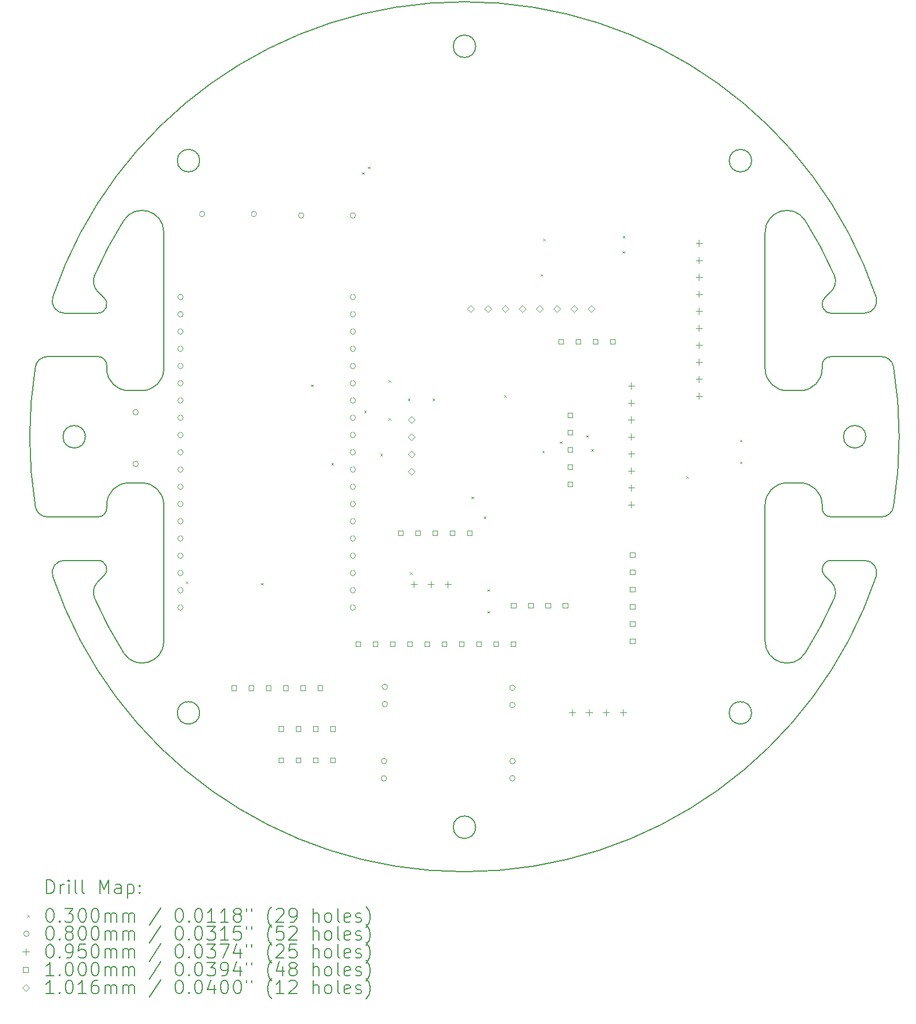
<source format=gbr>
%TF.GenerationSoftware,KiCad,Pcbnew,9.0.6-9.0.6~ubuntu24.04.1*%
%TF.CreationDate,2026-01-15T22:14:19+01:00*%
%TF.ProjectId,tuba-electronics,74756261-2d65-46c6-9563-74726f6e6963,0*%
%TF.SameCoordinates,Original*%
%TF.FileFunction,Drillmap*%
%TF.FilePolarity,Positive*%
%FSLAX45Y45*%
G04 Gerber Fmt 4.5, Leading zero omitted, Abs format (unit mm)*
G04 Created by KiCad (PCBNEW 9.0.6-9.0.6~ubuntu24.04.1) date 2026-01-15 22:14:19*
%MOMM*%
%LPD*%
G01*
G04 APERTURE LIST*
%ADD10C,0.200000*%
%ADD11C,0.100000*%
%ADD12C,0.101600*%
G04 APERTURE END LIST*
D10*
X19451654Y-12162993D02*
X19451654Y-10150000D01*
X20423650Y-7014156D02*
X20423650Y-7014156D01*
X8877500Y-10330000D02*
X9621654Y-10330000D01*
X10591654Y-12162993D02*
G75*
G02*
X10001432Y-12334398I-320000J0D01*
G01*
X20936654Y-9150000D02*
G75*
G02*
X20606654Y-9150000I-165000J0D01*
G01*
X20606654Y-9150000D02*
G75*
G02*
X20936654Y-9150000I165000J0D01*
G01*
X20469698Y-11529463D02*
G75*
G02*
X20041876Y-12334399I-5448028J2379453D01*
G01*
X21087077Y-7092169D02*
G75*
G02*
X20916620Y-7330000I-170457J-57831D01*
G01*
X21165801Y-7970000D02*
X20421654Y-7970000D01*
X20916620Y-10970000D02*
G75*
G02*
X21087077Y-11207831I0J-180000D01*
G01*
X20041876Y-12334398D02*
G75*
G02*
X19451646Y-12162993I-270226J171409D01*
G01*
X19771654Y-8470000D02*
G75*
G02*
X19451650Y-8150000I-4J320000D01*
G01*
X9621654Y-7970000D02*
X8876365Y-7970000D01*
X20291654Y-8100000D02*
G75*
G02*
X20421654Y-7970004I129996J0D01*
G01*
X9126682Y-7330000D02*
X9621654Y-7330000D01*
X9436654Y-9150000D02*
G75*
G02*
X9106654Y-9150000I-165000J0D01*
G01*
X9106654Y-9150000D02*
G75*
G02*
X9436654Y-9150000I165000J0D01*
G01*
X10071654Y-9830000D02*
X10271654Y-9830000D01*
X9751654Y-10150000D02*
G75*
G02*
X10071654Y-9830004I319996J0D01*
G01*
X9126682Y-7330000D02*
G75*
G02*
X8956224Y-7092166I-2J180000D01*
G01*
X20329730Y-11191924D02*
X20423651Y-11285845D01*
X20423650Y-7014156D02*
X20329730Y-7108076D01*
X8956231Y-7092169D02*
G75*
G02*
X21087077Y-7092169I6065423J-2057831D01*
G01*
X10591654Y-6137007D02*
X10591654Y-8150000D01*
X9619656Y-11285845D02*
X9713578Y-11191924D01*
X19451654Y-8150000D02*
X19451654Y-6137007D01*
X10001432Y-12334398D02*
G75*
G02*
X9573610Y-11529463I5020198J3184388D01*
G01*
X9619658Y-7014156D02*
G75*
G02*
X9573609Y-6770536I155562J155566D01*
G01*
X15186654Y-3400000D02*
G75*
G02*
X14856654Y-3400000I-165000J0D01*
G01*
X14856654Y-3400000D02*
G75*
G02*
X15186654Y-3400000I165000J0D01*
G01*
X19771654Y-9830000D02*
X19971654Y-9830000D01*
X19971654Y-9830000D02*
G75*
G02*
X20291650Y-10150000I-4J-320000D01*
G01*
X9573610Y-11529463D02*
G75*
G02*
X9619657Y-11285846I201610J88053D01*
G01*
X10001432Y-5965601D02*
G75*
G02*
X10591654Y-6137007I270223J-171406D01*
G01*
X19252518Y-13215864D02*
G75*
G02*
X18922518Y-13215864I-165000J0D01*
G01*
X18922518Y-13215864D02*
G75*
G02*
X19252518Y-13215864I165000J0D01*
G01*
X21343470Y-10178916D02*
G75*
G02*
X21165808Y-10329998I-177660J28916D01*
G01*
X9751654Y-10200000D02*
X9751654Y-10150000D01*
X21343470Y-8121084D02*
G75*
G02*
X21343470Y-10178916I-6321820J-1028916D01*
G01*
X10271654Y-8470000D02*
X10071654Y-8470000D01*
X20291654Y-10150000D02*
X20291654Y-10200000D01*
X10591654Y-10150000D02*
X10591654Y-12162993D01*
X20421654Y-7330000D02*
X20916620Y-7330000D01*
X9751654Y-8150000D02*
X9751654Y-8100000D01*
X20291654Y-8100000D02*
X20291654Y-8150000D01*
X21165801Y-7970000D02*
G75*
G02*
X21343471Y-8121084I-1J-180010D01*
G01*
X10591654Y-8150000D02*
G75*
G02*
X10271654Y-8470004I-320004J0D01*
G01*
X20291654Y-8150000D02*
G75*
G02*
X19971654Y-8470004I-320004J0D01*
G01*
X9621654Y-10970000D02*
X9126688Y-10970000D01*
X9621654Y-7970000D02*
G75*
G02*
X9751650Y-8100000I-4J-130000D01*
G01*
X9621654Y-10970000D02*
G75*
G02*
X9713576Y-11191922I-4J-130000D01*
G01*
X11120790Y-13215864D02*
G75*
G02*
X10790790Y-13215864I-165000J0D01*
G01*
X10790790Y-13215864D02*
G75*
G02*
X11120790Y-13215864I165000J0D01*
G01*
X19252518Y-5084136D02*
G75*
G02*
X18922518Y-5084136I-165000J0D01*
G01*
X18922518Y-5084136D02*
G75*
G02*
X19252518Y-5084136I165000J0D01*
G01*
X21087077Y-11207831D02*
G75*
G02*
X8956231Y-11207831I-6065423J2057831D01*
G01*
X19451654Y-10150000D02*
G75*
G02*
X19771654Y-9830004I319996J0D01*
G01*
X9713578Y-7108076D02*
G75*
G02*
X9621654Y-7330003I-91928J-91924D01*
G01*
X9573610Y-6770537D02*
G75*
G02*
X10001432Y-5965602I5448130J-2379513D01*
G01*
X20041876Y-5965601D02*
G75*
G02*
X20469698Y-6770537I-5020106J-3184339D01*
G01*
X19451654Y-12162993D02*
X19451654Y-12162993D01*
X20329730Y-11191924D02*
G75*
G02*
X20421654Y-10970003I91920J91924D01*
G01*
X8699838Y-10178916D02*
G75*
G02*
X8699838Y-8121084I6321812J1028916D01*
G01*
X9751654Y-10200000D02*
G75*
G02*
X9621654Y-10330004I-130004J0D01*
G01*
X9713578Y-7108076D02*
X9619658Y-7014156D01*
X19971654Y-8470000D02*
X19771654Y-8470000D01*
X20423651Y-11285845D02*
G75*
G02*
X20469699Y-11529464I-155561J-155565D01*
G01*
X20421654Y-10330000D02*
X21165808Y-10330000D01*
X20421654Y-10330000D02*
G75*
G02*
X20291650Y-10200000I-4J130000D01*
G01*
X19451654Y-6137007D02*
G75*
G02*
X20041869Y-5965606I319996J-3D01*
G01*
X20421654Y-7330000D02*
G75*
G02*
X20329728Y-7108074I-4J130000D01*
G01*
X20916620Y-10970000D02*
X20421654Y-10970000D01*
X8699838Y-8121084D02*
G75*
G02*
X8876365Y-7969994I177672J-28916D01*
G01*
X10271654Y-9830000D02*
G75*
G02*
X10591650Y-10150000I-4J-320000D01*
G01*
X11120790Y-5084136D02*
G75*
G02*
X10790790Y-5084136I-165000J0D01*
G01*
X10790790Y-5084136D02*
G75*
G02*
X11120790Y-5084136I165000J0D01*
G01*
X10071654Y-8470000D02*
G75*
G02*
X9751650Y-8150000I-4J320000D01*
G01*
X15186654Y-14900000D02*
G75*
G02*
X14856654Y-14900000I-165000J0D01*
G01*
X14856654Y-14900000D02*
G75*
G02*
X15186654Y-14900000I165000J0D01*
G01*
X20469698Y-6770537D02*
G75*
G02*
X20423650Y-7014156I-201618J-88053D01*
G01*
X8956231Y-11207831D02*
G75*
G02*
X9126688Y-10969998I170459J57831D01*
G01*
X8877500Y-10330000D02*
G75*
G02*
X8699838Y-10178916I0J180000D01*
G01*
D11*
X10915750Y-11281180D02*
X10945750Y-11311180D01*
X10945750Y-11281180D02*
X10915750Y-11311180D01*
X12022900Y-11300150D02*
X12052900Y-11330150D01*
X12052900Y-11300150D02*
X12022900Y-11330150D01*
X12762010Y-8382060D02*
X12792010Y-8412060D01*
X12792010Y-8382060D02*
X12762010Y-8412060D01*
X13063090Y-9535000D02*
X13093090Y-9565000D01*
X13093090Y-9535000D02*
X13063090Y-9565000D01*
X13514850Y-5256030D02*
X13544850Y-5286030D01*
X13544850Y-5256030D02*
X13514850Y-5286030D01*
X13544300Y-8768040D02*
X13574300Y-8798040D01*
X13574300Y-8768040D02*
X13544300Y-8798040D01*
X13597860Y-5173030D02*
X13627860Y-5203030D01*
X13627860Y-5173030D02*
X13597860Y-5203030D01*
X13781700Y-9402930D02*
X13811700Y-9432930D01*
X13811700Y-9402930D02*
X13781700Y-9432930D01*
X13902500Y-8315000D02*
X13932500Y-8345000D01*
X13932500Y-8315000D02*
X13902500Y-8345000D01*
X13902500Y-8875000D02*
X13932500Y-8905000D01*
X13932500Y-8875000D02*
X13902500Y-8905000D01*
X14188890Y-8587240D02*
X14218890Y-8617240D01*
X14218890Y-8587240D02*
X14188890Y-8617240D01*
X14219110Y-11143320D02*
X14249110Y-11173320D01*
X14249110Y-11143320D02*
X14219110Y-11173320D01*
X14553380Y-8586650D02*
X14583380Y-8616650D01*
X14583380Y-8586650D02*
X14553380Y-8616650D01*
X15122420Y-10029950D02*
X15152420Y-10059950D01*
X15152420Y-10029950D02*
X15122420Y-10059950D01*
X15305190Y-10324570D02*
X15335190Y-10354570D01*
X15335190Y-10324570D02*
X15305190Y-10354570D01*
X15362500Y-11395000D02*
X15392500Y-11425000D01*
X15392500Y-11395000D02*
X15362500Y-11425000D01*
X15362500Y-11715000D02*
X15392500Y-11745000D01*
X15392500Y-11715000D02*
X15362500Y-11745000D01*
X15603700Y-8538100D02*
X15633700Y-8568100D01*
X15633700Y-8538100D02*
X15603700Y-8568100D01*
X16142500Y-6755000D02*
X16172500Y-6785000D01*
X16172500Y-6755000D02*
X16142500Y-6785000D01*
X16168850Y-9355730D02*
X16198850Y-9385730D01*
X16198850Y-9355730D02*
X16168850Y-9385730D01*
X16182500Y-6235000D02*
X16212500Y-6265000D01*
X16212500Y-6235000D02*
X16182500Y-6265000D01*
X16426040Y-9218470D02*
X16456040Y-9248470D01*
X16456040Y-9218470D02*
X16426040Y-9248470D01*
X16817740Y-9124970D02*
X16847740Y-9154970D01*
X16847740Y-9124970D02*
X16817740Y-9154970D01*
X16889480Y-9331340D02*
X16919480Y-9361340D01*
X16919480Y-9331340D02*
X16889480Y-9361340D01*
X17350440Y-6418030D02*
X17380440Y-6448030D01*
X17380440Y-6418030D02*
X17350440Y-6448030D01*
X17353240Y-6191810D02*
X17383240Y-6221810D01*
X17383240Y-6191810D02*
X17353240Y-6221810D01*
X18289090Y-9731580D02*
X18319090Y-9761580D01*
X18319090Y-9731580D02*
X18289090Y-9761580D01*
X19082500Y-9195000D02*
X19112500Y-9225000D01*
X19112500Y-9195000D02*
X19082500Y-9225000D01*
X19082500Y-9515000D02*
X19112500Y-9545000D01*
X19112500Y-9515000D02*
X19082500Y-9545000D01*
X10217500Y-8788000D02*
G75*
G02*
X10137500Y-8788000I-40000J0D01*
G01*
X10137500Y-8788000D02*
G75*
G02*
X10217500Y-8788000I40000J0D01*
G01*
X10217500Y-9550000D02*
G75*
G02*
X10137500Y-9550000I-40000J0D01*
G01*
X10137500Y-9550000D02*
G75*
G02*
X10217500Y-9550000I40000J0D01*
G01*
X10877500Y-7600000D02*
G75*
G02*
X10797500Y-7600000I-40000J0D01*
G01*
X10797500Y-7600000D02*
G75*
G02*
X10877500Y-7600000I40000J0D01*
G01*
X10877500Y-7854000D02*
G75*
G02*
X10797500Y-7854000I-40000J0D01*
G01*
X10797500Y-7854000D02*
G75*
G02*
X10877500Y-7854000I40000J0D01*
G01*
X10877500Y-8108000D02*
G75*
G02*
X10797500Y-8108000I-40000J0D01*
G01*
X10797500Y-8108000D02*
G75*
G02*
X10877500Y-8108000I40000J0D01*
G01*
X10877500Y-8362000D02*
G75*
G02*
X10797500Y-8362000I-40000J0D01*
G01*
X10797500Y-8362000D02*
G75*
G02*
X10877500Y-8362000I40000J0D01*
G01*
X10877500Y-8616000D02*
G75*
G02*
X10797500Y-8616000I-40000J0D01*
G01*
X10797500Y-8616000D02*
G75*
G02*
X10877500Y-8616000I40000J0D01*
G01*
X10877500Y-8870000D02*
G75*
G02*
X10797500Y-8870000I-40000J0D01*
G01*
X10797500Y-8870000D02*
G75*
G02*
X10877500Y-8870000I40000J0D01*
G01*
X10877500Y-9124000D02*
G75*
G02*
X10797500Y-9124000I-40000J0D01*
G01*
X10797500Y-9124000D02*
G75*
G02*
X10877500Y-9124000I40000J0D01*
G01*
X10877500Y-9378000D02*
G75*
G02*
X10797500Y-9378000I-40000J0D01*
G01*
X10797500Y-9378000D02*
G75*
G02*
X10877500Y-9378000I40000J0D01*
G01*
X10877500Y-9632000D02*
G75*
G02*
X10797500Y-9632000I-40000J0D01*
G01*
X10797500Y-9632000D02*
G75*
G02*
X10877500Y-9632000I40000J0D01*
G01*
X10877500Y-9886000D02*
G75*
G02*
X10797500Y-9886000I-40000J0D01*
G01*
X10797500Y-9886000D02*
G75*
G02*
X10877500Y-9886000I40000J0D01*
G01*
X10877500Y-10140000D02*
G75*
G02*
X10797500Y-10140000I-40000J0D01*
G01*
X10797500Y-10140000D02*
G75*
G02*
X10877500Y-10140000I40000J0D01*
G01*
X10877500Y-10394000D02*
G75*
G02*
X10797500Y-10394000I-40000J0D01*
G01*
X10797500Y-10394000D02*
G75*
G02*
X10877500Y-10394000I40000J0D01*
G01*
X10877500Y-10648000D02*
G75*
G02*
X10797500Y-10648000I-40000J0D01*
G01*
X10797500Y-10648000D02*
G75*
G02*
X10877500Y-10648000I40000J0D01*
G01*
X10877500Y-10902000D02*
G75*
G02*
X10797500Y-10902000I-40000J0D01*
G01*
X10797500Y-10902000D02*
G75*
G02*
X10877500Y-10902000I40000J0D01*
G01*
X10877500Y-11156000D02*
G75*
G02*
X10797500Y-11156000I-40000J0D01*
G01*
X10797500Y-11156000D02*
G75*
G02*
X10877500Y-11156000I40000J0D01*
G01*
X10877500Y-11410000D02*
G75*
G02*
X10797500Y-11410000I-40000J0D01*
G01*
X10797500Y-11410000D02*
G75*
G02*
X10877500Y-11410000I40000J0D01*
G01*
X10877500Y-11664000D02*
G75*
G02*
X10797500Y-11664000I-40000J0D01*
G01*
X10797500Y-11664000D02*
G75*
G02*
X10877500Y-11664000I40000J0D01*
G01*
X10877868Y-7092272D02*
G75*
G02*
X10797868Y-7092272I-40000J0D01*
G01*
X10797868Y-7092272D02*
G75*
G02*
X10877868Y-7092272I40000J0D01*
G01*
X10877868Y-7346272D02*
G75*
G02*
X10797868Y-7346272I-40000J0D01*
G01*
X10797868Y-7346272D02*
G75*
G02*
X10877868Y-7346272I40000J0D01*
G01*
X11195500Y-5870000D02*
G75*
G02*
X11115500Y-5870000I-40000J0D01*
G01*
X11115500Y-5870000D02*
G75*
G02*
X11195500Y-5870000I40000J0D01*
G01*
X11957500Y-5870000D02*
G75*
G02*
X11877500Y-5870000I-40000J0D01*
G01*
X11877500Y-5870000D02*
G75*
G02*
X11957500Y-5870000I40000J0D01*
G01*
X12655500Y-5890000D02*
G75*
G02*
X12575500Y-5890000I-40000J0D01*
G01*
X12575500Y-5890000D02*
G75*
G02*
X12655500Y-5890000I40000J0D01*
G01*
X13417500Y-5890000D02*
G75*
G02*
X13337500Y-5890000I-40000J0D01*
G01*
X13337500Y-5890000D02*
G75*
G02*
X13417500Y-5890000I40000J0D01*
G01*
X13417500Y-7092000D02*
G75*
G02*
X13337500Y-7092000I-40000J0D01*
G01*
X13337500Y-7092000D02*
G75*
G02*
X13417500Y-7092000I40000J0D01*
G01*
X13417500Y-7346000D02*
G75*
G02*
X13337500Y-7346000I-40000J0D01*
G01*
X13337500Y-7346000D02*
G75*
G02*
X13417500Y-7346000I40000J0D01*
G01*
X13417500Y-7600000D02*
G75*
G02*
X13337500Y-7600000I-40000J0D01*
G01*
X13337500Y-7600000D02*
G75*
G02*
X13417500Y-7600000I40000J0D01*
G01*
X13417500Y-7854000D02*
G75*
G02*
X13337500Y-7854000I-40000J0D01*
G01*
X13337500Y-7854000D02*
G75*
G02*
X13417500Y-7854000I40000J0D01*
G01*
X13417500Y-8108000D02*
G75*
G02*
X13337500Y-8108000I-40000J0D01*
G01*
X13337500Y-8108000D02*
G75*
G02*
X13417500Y-8108000I40000J0D01*
G01*
X13417500Y-8362000D02*
G75*
G02*
X13337500Y-8362000I-40000J0D01*
G01*
X13337500Y-8362000D02*
G75*
G02*
X13417500Y-8362000I40000J0D01*
G01*
X13417500Y-8616000D02*
G75*
G02*
X13337500Y-8616000I-40000J0D01*
G01*
X13337500Y-8616000D02*
G75*
G02*
X13417500Y-8616000I40000J0D01*
G01*
X13417500Y-8870000D02*
G75*
G02*
X13337500Y-8870000I-40000J0D01*
G01*
X13337500Y-8870000D02*
G75*
G02*
X13417500Y-8870000I40000J0D01*
G01*
X13417500Y-9124000D02*
G75*
G02*
X13337500Y-9124000I-40000J0D01*
G01*
X13337500Y-9124000D02*
G75*
G02*
X13417500Y-9124000I40000J0D01*
G01*
X13417500Y-9378000D02*
G75*
G02*
X13337500Y-9378000I-40000J0D01*
G01*
X13337500Y-9378000D02*
G75*
G02*
X13417500Y-9378000I40000J0D01*
G01*
X13417500Y-9632000D02*
G75*
G02*
X13337500Y-9632000I-40000J0D01*
G01*
X13337500Y-9632000D02*
G75*
G02*
X13417500Y-9632000I40000J0D01*
G01*
X13417500Y-9886000D02*
G75*
G02*
X13337500Y-9886000I-40000J0D01*
G01*
X13337500Y-9886000D02*
G75*
G02*
X13417500Y-9886000I40000J0D01*
G01*
X13417500Y-10140000D02*
G75*
G02*
X13337500Y-10140000I-40000J0D01*
G01*
X13337500Y-10140000D02*
G75*
G02*
X13417500Y-10140000I40000J0D01*
G01*
X13417500Y-10394000D02*
G75*
G02*
X13337500Y-10394000I-40000J0D01*
G01*
X13337500Y-10394000D02*
G75*
G02*
X13417500Y-10394000I40000J0D01*
G01*
X13417500Y-10648000D02*
G75*
G02*
X13337500Y-10648000I-40000J0D01*
G01*
X13337500Y-10648000D02*
G75*
G02*
X13417500Y-10648000I40000J0D01*
G01*
X13417500Y-10902000D02*
G75*
G02*
X13337500Y-10902000I-40000J0D01*
G01*
X13337500Y-10902000D02*
G75*
G02*
X13417500Y-10902000I40000J0D01*
G01*
X13417500Y-11156000D02*
G75*
G02*
X13337500Y-11156000I-40000J0D01*
G01*
X13337500Y-11156000D02*
G75*
G02*
X13417500Y-11156000I40000J0D01*
G01*
X13417500Y-11410000D02*
G75*
G02*
X13337500Y-11410000I-40000J0D01*
G01*
X13337500Y-11410000D02*
G75*
G02*
X13417500Y-11410000I40000J0D01*
G01*
X13417500Y-11664000D02*
G75*
G02*
X13337500Y-11664000I-40000J0D01*
G01*
X13337500Y-11664000D02*
G75*
G02*
X13417500Y-11664000I40000J0D01*
G01*
X13875200Y-14179500D02*
G75*
G02*
X13795200Y-14179500I-40000J0D01*
G01*
X13795200Y-14179500D02*
G75*
G02*
X13875200Y-14179500I40000J0D01*
G01*
X13877740Y-13925500D02*
G75*
G02*
X13797740Y-13925500I-40000J0D01*
G01*
X13797740Y-13925500D02*
G75*
G02*
X13877740Y-13925500I40000J0D01*
G01*
X13887900Y-12833300D02*
G75*
G02*
X13807900Y-12833300I-40000J0D01*
G01*
X13807900Y-12833300D02*
G75*
G02*
X13887900Y-12833300I40000J0D01*
G01*
X13887900Y-13087300D02*
G75*
G02*
X13807900Y-13087300I-40000J0D01*
G01*
X13807900Y-13087300D02*
G75*
G02*
X13887900Y-13087300I40000J0D01*
G01*
X15767500Y-12846000D02*
G75*
G02*
X15687500Y-12846000I-40000J0D01*
G01*
X15687500Y-12846000D02*
G75*
G02*
X15767500Y-12846000I40000J0D01*
G01*
X15767500Y-13100000D02*
G75*
G02*
X15687500Y-13100000I-40000J0D01*
G01*
X15687500Y-13100000D02*
G75*
G02*
X15767500Y-13100000I40000J0D01*
G01*
X15767500Y-14179500D02*
G75*
G02*
X15687500Y-14179500I-40000J0D01*
G01*
X15687500Y-14179500D02*
G75*
G02*
X15767500Y-14179500I40000J0D01*
G01*
X15770040Y-13925500D02*
G75*
G02*
X15690040Y-13925500I-40000J0D01*
G01*
X15690040Y-13925500D02*
G75*
G02*
X15770040Y-13925500I40000J0D01*
G01*
X14277500Y-11277500D02*
X14277500Y-11372500D01*
X14230000Y-11325000D02*
X14325000Y-11325000D01*
X14527500Y-11277500D02*
X14527500Y-11372500D01*
X14480000Y-11325000D02*
X14575000Y-11325000D01*
X14777500Y-11277500D02*
X14777500Y-11372500D01*
X14730000Y-11325000D02*
X14825000Y-11325000D01*
X16607500Y-13162500D02*
X16607500Y-13257500D01*
X16560000Y-13210000D02*
X16655000Y-13210000D01*
X16857500Y-13162500D02*
X16857500Y-13257500D01*
X16810000Y-13210000D02*
X16905000Y-13210000D01*
X17107500Y-13162500D02*
X17107500Y-13257500D01*
X17060000Y-13210000D02*
X17155000Y-13210000D01*
X17357500Y-13162500D02*
X17357500Y-13257500D01*
X17310000Y-13210000D02*
X17405000Y-13210000D01*
X17477500Y-8352500D02*
X17477500Y-8447500D01*
X17430000Y-8400000D02*
X17525000Y-8400000D01*
X17477500Y-8602500D02*
X17477500Y-8697500D01*
X17430000Y-8650000D02*
X17525000Y-8650000D01*
X17477500Y-8852500D02*
X17477500Y-8947500D01*
X17430000Y-8900000D02*
X17525000Y-8900000D01*
X17477500Y-9102500D02*
X17477500Y-9197500D01*
X17430000Y-9150000D02*
X17525000Y-9150000D01*
X17477500Y-9352500D02*
X17477500Y-9447500D01*
X17430000Y-9400000D02*
X17525000Y-9400000D01*
X17477500Y-9602500D02*
X17477500Y-9697500D01*
X17430000Y-9650000D02*
X17525000Y-9650000D01*
X17477500Y-9852500D02*
X17477500Y-9947500D01*
X17430000Y-9900000D02*
X17525000Y-9900000D01*
X17477500Y-10102500D02*
X17477500Y-10197500D01*
X17430000Y-10150000D02*
X17525000Y-10150000D01*
X18477500Y-6252500D02*
X18477500Y-6347500D01*
X18430000Y-6300000D02*
X18525000Y-6300000D01*
X18477500Y-6502500D02*
X18477500Y-6597500D01*
X18430000Y-6550000D02*
X18525000Y-6550000D01*
X18477500Y-6752500D02*
X18477500Y-6847500D01*
X18430000Y-6800000D02*
X18525000Y-6800000D01*
X18477500Y-7002500D02*
X18477500Y-7097500D01*
X18430000Y-7050000D02*
X18525000Y-7050000D01*
X18477500Y-7252500D02*
X18477500Y-7347500D01*
X18430000Y-7300000D02*
X18525000Y-7300000D01*
X18477500Y-7502500D02*
X18477500Y-7597500D01*
X18430000Y-7550000D02*
X18525000Y-7550000D01*
X18477500Y-7752500D02*
X18477500Y-7847500D01*
X18430000Y-7800000D02*
X18525000Y-7800000D01*
X18477500Y-8002500D02*
X18477500Y-8097500D01*
X18430000Y-8050000D02*
X18525000Y-8050000D01*
X18477500Y-8252500D02*
X18477500Y-8347500D01*
X18430000Y-8300000D02*
X18525000Y-8300000D01*
X18477500Y-8502500D02*
X18477500Y-8597500D01*
X18430000Y-8550000D02*
X18525000Y-8550000D01*
X11658856Y-12885356D02*
X11658856Y-12814644D01*
X11588144Y-12814644D01*
X11588144Y-12885356D01*
X11658856Y-12885356D01*
X11912856Y-12885356D02*
X11912856Y-12814644D01*
X11842144Y-12814644D01*
X11842144Y-12885356D01*
X11912856Y-12885356D01*
X12166856Y-12885356D02*
X12166856Y-12814644D01*
X12096144Y-12814644D01*
X12096144Y-12885356D01*
X12166856Y-12885356D01*
X12352856Y-13486356D02*
X12352856Y-13415644D01*
X12282144Y-13415644D01*
X12282144Y-13486356D01*
X12352856Y-13486356D01*
X12352856Y-13945356D02*
X12352856Y-13874644D01*
X12282144Y-13874644D01*
X12282144Y-13945356D01*
X12352856Y-13945356D01*
X12420856Y-12885356D02*
X12420856Y-12814644D01*
X12350144Y-12814644D01*
X12350144Y-12885356D01*
X12420856Y-12885356D01*
X12606856Y-13486356D02*
X12606856Y-13415644D01*
X12536144Y-13415644D01*
X12536144Y-13486356D01*
X12606856Y-13486356D01*
X12606856Y-13945356D02*
X12606856Y-13874644D01*
X12536144Y-13874644D01*
X12536144Y-13945356D01*
X12606856Y-13945356D01*
X12674856Y-12885356D02*
X12674856Y-12814644D01*
X12604144Y-12814644D01*
X12604144Y-12885356D01*
X12674856Y-12885356D01*
X12860856Y-13486356D02*
X12860856Y-13415644D01*
X12790144Y-13415644D01*
X12790144Y-13486356D01*
X12860856Y-13486356D01*
X12860856Y-13945356D02*
X12860856Y-13874644D01*
X12790144Y-13874644D01*
X12790144Y-13945356D01*
X12860856Y-13945356D01*
X12928856Y-12885356D02*
X12928856Y-12814644D01*
X12858144Y-12814644D01*
X12858144Y-12885356D01*
X12928856Y-12885356D01*
X13114856Y-13486356D02*
X13114856Y-13415644D01*
X13044144Y-13415644D01*
X13044144Y-13486356D01*
X13114856Y-13486356D01*
X13114856Y-13945356D02*
X13114856Y-13874644D01*
X13044144Y-13874644D01*
X13044144Y-13945356D01*
X13114856Y-13945356D01*
X13488856Y-12235356D02*
X13488856Y-12164644D01*
X13418144Y-12164644D01*
X13418144Y-12235356D01*
X13488856Y-12235356D01*
X13742856Y-12235356D02*
X13742856Y-12164644D01*
X13672144Y-12164644D01*
X13672144Y-12235356D01*
X13742856Y-12235356D01*
X13996856Y-12235356D02*
X13996856Y-12164644D01*
X13926144Y-12164644D01*
X13926144Y-12235356D01*
X13996856Y-12235356D01*
X14116856Y-10605356D02*
X14116856Y-10534644D01*
X14046144Y-10534644D01*
X14046144Y-10605356D01*
X14116856Y-10605356D01*
X14250856Y-12235356D02*
X14250856Y-12164644D01*
X14180144Y-12164644D01*
X14180144Y-12235356D01*
X14250856Y-12235356D01*
X14370856Y-10605356D02*
X14370856Y-10534644D01*
X14300144Y-10534644D01*
X14300144Y-10605356D01*
X14370856Y-10605356D01*
X14504856Y-12235356D02*
X14504856Y-12164644D01*
X14434144Y-12164644D01*
X14434144Y-12235356D01*
X14504856Y-12235356D01*
X14624856Y-10605356D02*
X14624856Y-10534644D01*
X14554144Y-10534644D01*
X14554144Y-10605356D01*
X14624856Y-10605356D01*
X14758856Y-12235356D02*
X14758856Y-12164644D01*
X14688144Y-12164644D01*
X14688144Y-12235356D01*
X14758856Y-12235356D01*
X14878856Y-10605356D02*
X14878856Y-10534644D01*
X14808144Y-10534644D01*
X14808144Y-10605356D01*
X14878856Y-10605356D01*
X15012856Y-12235356D02*
X15012856Y-12164644D01*
X14942144Y-12164644D01*
X14942144Y-12235356D01*
X15012856Y-12235356D01*
X15132856Y-10605356D02*
X15132856Y-10534644D01*
X15062144Y-10534644D01*
X15062144Y-10605356D01*
X15132856Y-10605356D01*
X15266856Y-12235356D02*
X15266856Y-12164644D01*
X15196144Y-12164644D01*
X15196144Y-12235356D01*
X15266856Y-12235356D01*
X15520856Y-12235356D02*
X15520856Y-12164644D01*
X15450144Y-12164644D01*
X15450144Y-12235356D01*
X15520856Y-12235356D01*
X15774856Y-12235356D02*
X15774856Y-12164644D01*
X15704144Y-12164644D01*
X15704144Y-12235356D01*
X15774856Y-12235356D01*
X15779856Y-11668356D02*
X15779856Y-11597644D01*
X15709144Y-11597644D01*
X15709144Y-11668356D01*
X15779856Y-11668356D01*
X16033856Y-11668356D02*
X16033856Y-11597644D01*
X15963144Y-11597644D01*
X15963144Y-11668356D01*
X16033856Y-11668356D01*
X16287856Y-11668356D02*
X16287856Y-11597644D01*
X16217144Y-11597644D01*
X16217144Y-11668356D01*
X16287856Y-11668356D01*
X16478856Y-7785356D02*
X16478856Y-7714644D01*
X16408144Y-7714644D01*
X16408144Y-7785356D01*
X16478856Y-7785356D01*
X16541856Y-11668356D02*
X16541856Y-11597644D01*
X16471144Y-11597644D01*
X16471144Y-11668356D01*
X16541856Y-11668356D01*
X16612856Y-8869356D02*
X16612856Y-8798644D01*
X16542144Y-8798644D01*
X16542144Y-8869356D01*
X16612856Y-8869356D01*
X16612856Y-9123356D02*
X16612856Y-9052644D01*
X16542144Y-9052644D01*
X16542144Y-9123356D01*
X16612856Y-9123356D01*
X16612856Y-9377356D02*
X16612856Y-9306644D01*
X16542144Y-9306644D01*
X16542144Y-9377356D01*
X16612856Y-9377356D01*
X16612856Y-9631356D02*
X16612856Y-9560644D01*
X16542144Y-9560644D01*
X16542144Y-9631356D01*
X16612856Y-9631356D01*
X16612856Y-9885356D02*
X16612856Y-9814644D01*
X16542144Y-9814644D01*
X16542144Y-9885356D01*
X16612856Y-9885356D01*
X16732856Y-7785356D02*
X16732856Y-7714644D01*
X16662144Y-7714644D01*
X16662144Y-7785356D01*
X16732856Y-7785356D01*
X16986856Y-7785356D02*
X16986856Y-7714644D01*
X16916144Y-7714644D01*
X16916144Y-7785356D01*
X16986856Y-7785356D01*
X17240856Y-7785356D02*
X17240856Y-7714644D01*
X17170144Y-7714644D01*
X17170144Y-7785356D01*
X17240856Y-7785356D01*
X17530056Y-10923156D02*
X17530056Y-10852444D01*
X17459344Y-10852444D01*
X17459344Y-10923156D01*
X17530056Y-10923156D01*
X17530056Y-11177156D02*
X17530056Y-11106444D01*
X17459344Y-11106444D01*
X17459344Y-11177156D01*
X17530056Y-11177156D01*
X17530056Y-11939156D02*
X17530056Y-11868444D01*
X17459344Y-11868444D01*
X17459344Y-11939156D01*
X17530056Y-11939156D01*
X17530056Y-12193156D02*
X17530056Y-12122444D01*
X17459344Y-12122444D01*
X17459344Y-12193156D01*
X17530056Y-12193156D01*
X17530356Y-11431156D02*
X17530356Y-11360444D01*
X17459644Y-11360444D01*
X17459644Y-11431156D01*
X17530356Y-11431156D01*
X17530356Y-11685156D02*
X17530356Y-11614444D01*
X17459644Y-11614444D01*
X17459644Y-11685156D01*
X17530356Y-11685156D01*
D12*
X14238500Y-8950500D02*
X14289300Y-8899700D01*
X14238500Y-8848900D01*
X14187700Y-8899700D01*
X14238500Y-8950500D01*
X14238500Y-9204500D02*
X14289300Y-9153700D01*
X14238500Y-9102900D01*
X14187700Y-9153700D01*
X14238500Y-9204500D01*
X14238500Y-9458500D02*
X14289300Y-9407700D01*
X14238500Y-9356900D01*
X14187700Y-9407700D01*
X14238500Y-9458500D01*
X14238500Y-9712500D02*
X14289300Y-9661700D01*
X14238500Y-9610900D01*
X14187700Y-9661700D01*
X14238500Y-9712500D01*
X15113500Y-7315800D02*
X15164300Y-7265000D01*
X15113500Y-7214200D01*
X15062700Y-7265000D01*
X15113500Y-7315800D01*
X15367500Y-7315800D02*
X15418300Y-7265000D01*
X15367500Y-7214200D01*
X15316700Y-7265000D01*
X15367500Y-7315800D01*
X15621500Y-7315800D02*
X15672300Y-7265000D01*
X15621500Y-7214200D01*
X15570700Y-7265000D01*
X15621500Y-7315800D01*
X15875500Y-7315800D02*
X15926300Y-7265000D01*
X15875500Y-7214200D01*
X15824700Y-7265000D01*
X15875500Y-7315800D01*
X16129500Y-7315800D02*
X16180300Y-7265000D01*
X16129500Y-7214200D01*
X16078700Y-7265000D01*
X16129500Y-7315800D01*
X16383500Y-7315800D02*
X16434300Y-7265000D01*
X16383500Y-7214200D01*
X16332700Y-7265000D01*
X16383500Y-7315800D01*
X16637500Y-7315800D02*
X16688300Y-7265000D01*
X16637500Y-7214200D01*
X16586700Y-7265000D01*
X16637500Y-7315800D01*
X16891500Y-7315800D02*
X16942300Y-7265000D01*
X16891500Y-7214200D01*
X16840700Y-7265000D01*
X16891500Y-7315800D01*
D10*
X8867430Y-15876484D02*
X8867430Y-15676484D01*
X8867430Y-15676484D02*
X8915049Y-15676484D01*
X8915049Y-15676484D02*
X8943621Y-15686008D01*
X8943621Y-15686008D02*
X8962669Y-15705055D01*
X8962669Y-15705055D02*
X8972192Y-15724103D01*
X8972192Y-15724103D02*
X8981716Y-15762198D01*
X8981716Y-15762198D02*
X8981716Y-15790769D01*
X8981716Y-15790769D02*
X8972192Y-15828865D01*
X8972192Y-15828865D02*
X8962669Y-15847912D01*
X8962669Y-15847912D02*
X8943621Y-15866960D01*
X8943621Y-15866960D02*
X8915049Y-15876484D01*
X8915049Y-15876484D02*
X8867430Y-15876484D01*
X9067430Y-15876484D02*
X9067430Y-15743150D01*
X9067430Y-15781246D02*
X9076954Y-15762198D01*
X9076954Y-15762198D02*
X9086478Y-15752674D01*
X9086478Y-15752674D02*
X9105526Y-15743150D01*
X9105526Y-15743150D02*
X9124573Y-15743150D01*
X9191240Y-15876484D02*
X9191240Y-15743150D01*
X9191240Y-15676484D02*
X9181716Y-15686008D01*
X9181716Y-15686008D02*
X9191240Y-15695531D01*
X9191240Y-15695531D02*
X9200764Y-15686008D01*
X9200764Y-15686008D02*
X9191240Y-15676484D01*
X9191240Y-15676484D02*
X9191240Y-15695531D01*
X9315049Y-15876484D02*
X9296002Y-15866960D01*
X9296002Y-15866960D02*
X9286478Y-15847912D01*
X9286478Y-15847912D02*
X9286478Y-15676484D01*
X9419811Y-15876484D02*
X9400764Y-15866960D01*
X9400764Y-15866960D02*
X9391240Y-15847912D01*
X9391240Y-15847912D02*
X9391240Y-15676484D01*
X9648383Y-15876484D02*
X9648383Y-15676484D01*
X9648383Y-15676484D02*
X9715050Y-15819341D01*
X9715050Y-15819341D02*
X9781716Y-15676484D01*
X9781716Y-15676484D02*
X9781716Y-15876484D01*
X9962669Y-15876484D02*
X9962669Y-15771722D01*
X9962669Y-15771722D02*
X9953145Y-15752674D01*
X9953145Y-15752674D02*
X9934097Y-15743150D01*
X9934097Y-15743150D02*
X9896002Y-15743150D01*
X9896002Y-15743150D02*
X9876954Y-15752674D01*
X9962669Y-15866960D02*
X9943621Y-15876484D01*
X9943621Y-15876484D02*
X9896002Y-15876484D01*
X9896002Y-15876484D02*
X9876954Y-15866960D01*
X9876954Y-15866960D02*
X9867430Y-15847912D01*
X9867430Y-15847912D02*
X9867430Y-15828865D01*
X9867430Y-15828865D02*
X9876954Y-15809817D01*
X9876954Y-15809817D02*
X9896002Y-15800293D01*
X9896002Y-15800293D02*
X9943621Y-15800293D01*
X9943621Y-15800293D02*
X9962669Y-15790769D01*
X10057907Y-15743150D02*
X10057907Y-15943150D01*
X10057907Y-15752674D02*
X10076954Y-15743150D01*
X10076954Y-15743150D02*
X10115050Y-15743150D01*
X10115050Y-15743150D02*
X10134097Y-15752674D01*
X10134097Y-15752674D02*
X10143621Y-15762198D01*
X10143621Y-15762198D02*
X10153145Y-15781246D01*
X10153145Y-15781246D02*
X10153145Y-15838388D01*
X10153145Y-15838388D02*
X10143621Y-15857436D01*
X10143621Y-15857436D02*
X10134097Y-15866960D01*
X10134097Y-15866960D02*
X10115050Y-15876484D01*
X10115050Y-15876484D02*
X10076954Y-15876484D01*
X10076954Y-15876484D02*
X10057907Y-15866960D01*
X10238859Y-15857436D02*
X10248383Y-15866960D01*
X10248383Y-15866960D02*
X10238859Y-15876484D01*
X10238859Y-15876484D02*
X10229335Y-15866960D01*
X10229335Y-15866960D02*
X10238859Y-15857436D01*
X10238859Y-15857436D02*
X10238859Y-15876484D01*
X10238859Y-15752674D02*
X10248383Y-15762198D01*
X10248383Y-15762198D02*
X10238859Y-15771722D01*
X10238859Y-15771722D02*
X10229335Y-15762198D01*
X10229335Y-15762198D02*
X10238859Y-15752674D01*
X10238859Y-15752674D02*
X10238859Y-15771722D01*
D11*
X8576654Y-16190000D02*
X8606654Y-16220000D01*
X8606654Y-16190000D02*
X8576654Y-16220000D01*
D10*
X8905526Y-16096484D02*
X8924573Y-16096484D01*
X8924573Y-16096484D02*
X8943621Y-16106008D01*
X8943621Y-16106008D02*
X8953145Y-16115531D01*
X8953145Y-16115531D02*
X8962669Y-16134579D01*
X8962669Y-16134579D02*
X8972192Y-16172674D01*
X8972192Y-16172674D02*
X8972192Y-16220293D01*
X8972192Y-16220293D02*
X8962669Y-16258388D01*
X8962669Y-16258388D02*
X8953145Y-16277436D01*
X8953145Y-16277436D02*
X8943621Y-16286960D01*
X8943621Y-16286960D02*
X8924573Y-16296484D01*
X8924573Y-16296484D02*
X8905526Y-16296484D01*
X8905526Y-16296484D02*
X8886478Y-16286960D01*
X8886478Y-16286960D02*
X8876954Y-16277436D01*
X8876954Y-16277436D02*
X8867430Y-16258388D01*
X8867430Y-16258388D02*
X8857907Y-16220293D01*
X8857907Y-16220293D02*
X8857907Y-16172674D01*
X8857907Y-16172674D02*
X8867430Y-16134579D01*
X8867430Y-16134579D02*
X8876954Y-16115531D01*
X8876954Y-16115531D02*
X8886478Y-16106008D01*
X8886478Y-16106008D02*
X8905526Y-16096484D01*
X9057907Y-16277436D02*
X9067430Y-16286960D01*
X9067430Y-16286960D02*
X9057907Y-16296484D01*
X9057907Y-16296484D02*
X9048383Y-16286960D01*
X9048383Y-16286960D02*
X9057907Y-16277436D01*
X9057907Y-16277436D02*
X9057907Y-16296484D01*
X9134097Y-16096484D02*
X9257907Y-16096484D01*
X9257907Y-16096484D02*
X9191240Y-16172674D01*
X9191240Y-16172674D02*
X9219811Y-16172674D01*
X9219811Y-16172674D02*
X9238859Y-16182198D01*
X9238859Y-16182198D02*
X9248383Y-16191722D01*
X9248383Y-16191722D02*
X9257907Y-16210769D01*
X9257907Y-16210769D02*
X9257907Y-16258388D01*
X9257907Y-16258388D02*
X9248383Y-16277436D01*
X9248383Y-16277436D02*
X9238859Y-16286960D01*
X9238859Y-16286960D02*
X9219811Y-16296484D01*
X9219811Y-16296484D02*
X9162669Y-16296484D01*
X9162669Y-16296484D02*
X9143621Y-16286960D01*
X9143621Y-16286960D02*
X9134097Y-16277436D01*
X9381716Y-16096484D02*
X9400764Y-16096484D01*
X9400764Y-16096484D02*
X9419811Y-16106008D01*
X9419811Y-16106008D02*
X9429335Y-16115531D01*
X9429335Y-16115531D02*
X9438859Y-16134579D01*
X9438859Y-16134579D02*
X9448383Y-16172674D01*
X9448383Y-16172674D02*
X9448383Y-16220293D01*
X9448383Y-16220293D02*
X9438859Y-16258388D01*
X9438859Y-16258388D02*
X9429335Y-16277436D01*
X9429335Y-16277436D02*
X9419811Y-16286960D01*
X9419811Y-16286960D02*
X9400764Y-16296484D01*
X9400764Y-16296484D02*
X9381716Y-16296484D01*
X9381716Y-16296484D02*
X9362669Y-16286960D01*
X9362669Y-16286960D02*
X9353145Y-16277436D01*
X9353145Y-16277436D02*
X9343621Y-16258388D01*
X9343621Y-16258388D02*
X9334097Y-16220293D01*
X9334097Y-16220293D02*
X9334097Y-16172674D01*
X9334097Y-16172674D02*
X9343621Y-16134579D01*
X9343621Y-16134579D02*
X9353145Y-16115531D01*
X9353145Y-16115531D02*
X9362669Y-16106008D01*
X9362669Y-16106008D02*
X9381716Y-16096484D01*
X9572192Y-16096484D02*
X9591240Y-16096484D01*
X9591240Y-16096484D02*
X9610288Y-16106008D01*
X9610288Y-16106008D02*
X9619811Y-16115531D01*
X9619811Y-16115531D02*
X9629335Y-16134579D01*
X9629335Y-16134579D02*
X9638859Y-16172674D01*
X9638859Y-16172674D02*
X9638859Y-16220293D01*
X9638859Y-16220293D02*
X9629335Y-16258388D01*
X9629335Y-16258388D02*
X9619811Y-16277436D01*
X9619811Y-16277436D02*
X9610288Y-16286960D01*
X9610288Y-16286960D02*
X9591240Y-16296484D01*
X9591240Y-16296484D02*
X9572192Y-16296484D01*
X9572192Y-16296484D02*
X9553145Y-16286960D01*
X9553145Y-16286960D02*
X9543621Y-16277436D01*
X9543621Y-16277436D02*
X9534097Y-16258388D01*
X9534097Y-16258388D02*
X9524573Y-16220293D01*
X9524573Y-16220293D02*
X9524573Y-16172674D01*
X9524573Y-16172674D02*
X9534097Y-16134579D01*
X9534097Y-16134579D02*
X9543621Y-16115531D01*
X9543621Y-16115531D02*
X9553145Y-16106008D01*
X9553145Y-16106008D02*
X9572192Y-16096484D01*
X9724573Y-16296484D02*
X9724573Y-16163150D01*
X9724573Y-16182198D02*
X9734097Y-16172674D01*
X9734097Y-16172674D02*
X9753145Y-16163150D01*
X9753145Y-16163150D02*
X9781716Y-16163150D01*
X9781716Y-16163150D02*
X9800764Y-16172674D01*
X9800764Y-16172674D02*
X9810288Y-16191722D01*
X9810288Y-16191722D02*
X9810288Y-16296484D01*
X9810288Y-16191722D02*
X9819811Y-16172674D01*
X9819811Y-16172674D02*
X9838859Y-16163150D01*
X9838859Y-16163150D02*
X9867430Y-16163150D01*
X9867430Y-16163150D02*
X9886478Y-16172674D01*
X9886478Y-16172674D02*
X9896002Y-16191722D01*
X9896002Y-16191722D02*
X9896002Y-16296484D01*
X9991240Y-16296484D02*
X9991240Y-16163150D01*
X9991240Y-16182198D02*
X10000764Y-16172674D01*
X10000764Y-16172674D02*
X10019811Y-16163150D01*
X10019811Y-16163150D02*
X10048383Y-16163150D01*
X10048383Y-16163150D02*
X10067431Y-16172674D01*
X10067431Y-16172674D02*
X10076954Y-16191722D01*
X10076954Y-16191722D02*
X10076954Y-16296484D01*
X10076954Y-16191722D02*
X10086478Y-16172674D01*
X10086478Y-16172674D02*
X10105526Y-16163150D01*
X10105526Y-16163150D02*
X10134097Y-16163150D01*
X10134097Y-16163150D02*
X10153145Y-16172674D01*
X10153145Y-16172674D02*
X10162669Y-16191722D01*
X10162669Y-16191722D02*
X10162669Y-16296484D01*
X10553145Y-16086960D02*
X10381716Y-16344103D01*
X10810288Y-16096484D02*
X10829335Y-16096484D01*
X10829335Y-16096484D02*
X10848383Y-16106008D01*
X10848383Y-16106008D02*
X10857907Y-16115531D01*
X10857907Y-16115531D02*
X10867431Y-16134579D01*
X10867431Y-16134579D02*
X10876954Y-16172674D01*
X10876954Y-16172674D02*
X10876954Y-16220293D01*
X10876954Y-16220293D02*
X10867431Y-16258388D01*
X10867431Y-16258388D02*
X10857907Y-16277436D01*
X10857907Y-16277436D02*
X10848383Y-16286960D01*
X10848383Y-16286960D02*
X10829335Y-16296484D01*
X10829335Y-16296484D02*
X10810288Y-16296484D01*
X10810288Y-16296484D02*
X10791240Y-16286960D01*
X10791240Y-16286960D02*
X10781716Y-16277436D01*
X10781716Y-16277436D02*
X10772193Y-16258388D01*
X10772193Y-16258388D02*
X10762669Y-16220293D01*
X10762669Y-16220293D02*
X10762669Y-16172674D01*
X10762669Y-16172674D02*
X10772193Y-16134579D01*
X10772193Y-16134579D02*
X10781716Y-16115531D01*
X10781716Y-16115531D02*
X10791240Y-16106008D01*
X10791240Y-16106008D02*
X10810288Y-16096484D01*
X10962669Y-16277436D02*
X10972193Y-16286960D01*
X10972193Y-16286960D02*
X10962669Y-16296484D01*
X10962669Y-16296484D02*
X10953145Y-16286960D01*
X10953145Y-16286960D02*
X10962669Y-16277436D01*
X10962669Y-16277436D02*
X10962669Y-16296484D01*
X11096002Y-16096484D02*
X11115050Y-16096484D01*
X11115050Y-16096484D02*
X11134097Y-16106008D01*
X11134097Y-16106008D02*
X11143621Y-16115531D01*
X11143621Y-16115531D02*
X11153145Y-16134579D01*
X11153145Y-16134579D02*
X11162669Y-16172674D01*
X11162669Y-16172674D02*
X11162669Y-16220293D01*
X11162669Y-16220293D02*
X11153145Y-16258388D01*
X11153145Y-16258388D02*
X11143621Y-16277436D01*
X11143621Y-16277436D02*
X11134097Y-16286960D01*
X11134097Y-16286960D02*
X11115050Y-16296484D01*
X11115050Y-16296484D02*
X11096002Y-16296484D01*
X11096002Y-16296484D02*
X11076954Y-16286960D01*
X11076954Y-16286960D02*
X11067431Y-16277436D01*
X11067431Y-16277436D02*
X11057907Y-16258388D01*
X11057907Y-16258388D02*
X11048383Y-16220293D01*
X11048383Y-16220293D02*
X11048383Y-16172674D01*
X11048383Y-16172674D02*
X11057907Y-16134579D01*
X11057907Y-16134579D02*
X11067431Y-16115531D01*
X11067431Y-16115531D02*
X11076954Y-16106008D01*
X11076954Y-16106008D02*
X11096002Y-16096484D01*
X11353145Y-16296484D02*
X11238859Y-16296484D01*
X11296002Y-16296484D02*
X11296002Y-16096484D01*
X11296002Y-16096484D02*
X11276954Y-16125055D01*
X11276954Y-16125055D02*
X11257907Y-16144103D01*
X11257907Y-16144103D02*
X11238859Y-16153627D01*
X11543621Y-16296484D02*
X11429335Y-16296484D01*
X11486478Y-16296484D02*
X11486478Y-16096484D01*
X11486478Y-16096484D02*
X11467431Y-16125055D01*
X11467431Y-16125055D02*
X11448383Y-16144103D01*
X11448383Y-16144103D02*
X11429335Y-16153627D01*
X11657907Y-16182198D02*
X11638859Y-16172674D01*
X11638859Y-16172674D02*
X11629335Y-16163150D01*
X11629335Y-16163150D02*
X11619812Y-16144103D01*
X11619812Y-16144103D02*
X11619812Y-16134579D01*
X11619812Y-16134579D02*
X11629335Y-16115531D01*
X11629335Y-16115531D02*
X11638859Y-16106008D01*
X11638859Y-16106008D02*
X11657907Y-16096484D01*
X11657907Y-16096484D02*
X11696002Y-16096484D01*
X11696002Y-16096484D02*
X11715050Y-16106008D01*
X11715050Y-16106008D02*
X11724573Y-16115531D01*
X11724573Y-16115531D02*
X11734097Y-16134579D01*
X11734097Y-16134579D02*
X11734097Y-16144103D01*
X11734097Y-16144103D02*
X11724573Y-16163150D01*
X11724573Y-16163150D02*
X11715050Y-16172674D01*
X11715050Y-16172674D02*
X11696002Y-16182198D01*
X11696002Y-16182198D02*
X11657907Y-16182198D01*
X11657907Y-16182198D02*
X11638859Y-16191722D01*
X11638859Y-16191722D02*
X11629335Y-16201246D01*
X11629335Y-16201246D02*
X11619812Y-16220293D01*
X11619812Y-16220293D02*
X11619812Y-16258388D01*
X11619812Y-16258388D02*
X11629335Y-16277436D01*
X11629335Y-16277436D02*
X11638859Y-16286960D01*
X11638859Y-16286960D02*
X11657907Y-16296484D01*
X11657907Y-16296484D02*
X11696002Y-16296484D01*
X11696002Y-16296484D02*
X11715050Y-16286960D01*
X11715050Y-16286960D02*
X11724573Y-16277436D01*
X11724573Y-16277436D02*
X11734097Y-16258388D01*
X11734097Y-16258388D02*
X11734097Y-16220293D01*
X11734097Y-16220293D02*
X11724573Y-16201246D01*
X11724573Y-16201246D02*
X11715050Y-16191722D01*
X11715050Y-16191722D02*
X11696002Y-16182198D01*
X11810288Y-16096484D02*
X11810288Y-16134579D01*
X11886478Y-16096484D02*
X11886478Y-16134579D01*
X12181716Y-16372674D02*
X12172193Y-16363150D01*
X12172193Y-16363150D02*
X12153145Y-16334579D01*
X12153145Y-16334579D02*
X12143621Y-16315531D01*
X12143621Y-16315531D02*
X12134097Y-16286960D01*
X12134097Y-16286960D02*
X12124574Y-16239341D01*
X12124574Y-16239341D02*
X12124574Y-16201246D01*
X12124574Y-16201246D02*
X12134097Y-16153627D01*
X12134097Y-16153627D02*
X12143621Y-16125055D01*
X12143621Y-16125055D02*
X12153145Y-16106008D01*
X12153145Y-16106008D02*
X12172193Y-16077436D01*
X12172193Y-16077436D02*
X12181716Y-16067912D01*
X12248383Y-16115531D02*
X12257907Y-16106008D01*
X12257907Y-16106008D02*
X12276954Y-16096484D01*
X12276954Y-16096484D02*
X12324574Y-16096484D01*
X12324574Y-16096484D02*
X12343621Y-16106008D01*
X12343621Y-16106008D02*
X12353145Y-16115531D01*
X12353145Y-16115531D02*
X12362669Y-16134579D01*
X12362669Y-16134579D02*
X12362669Y-16153627D01*
X12362669Y-16153627D02*
X12353145Y-16182198D01*
X12353145Y-16182198D02*
X12238859Y-16296484D01*
X12238859Y-16296484D02*
X12362669Y-16296484D01*
X12457907Y-16296484D02*
X12496002Y-16296484D01*
X12496002Y-16296484D02*
X12515050Y-16286960D01*
X12515050Y-16286960D02*
X12524574Y-16277436D01*
X12524574Y-16277436D02*
X12543621Y-16248865D01*
X12543621Y-16248865D02*
X12553145Y-16210769D01*
X12553145Y-16210769D02*
X12553145Y-16134579D01*
X12553145Y-16134579D02*
X12543621Y-16115531D01*
X12543621Y-16115531D02*
X12534097Y-16106008D01*
X12534097Y-16106008D02*
X12515050Y-16096484D01*
X12515050Y-16096484D02*
X12476954Y-16096484D01*
X12476954Y-16096484D02*
X12457907Y-16106008D01*
X12457907Y-16106008D02*
X12448383Y-16115531D01*
X12448383Y-16115531D02*
X12438859Y-16134579D01*
X12438859Y-16134579D02*
X12438859Y-16182198D01*
X12438859Y-16182198D02*
X12448383Y-16201246D01*
X12448383Y-16201246D02*
X12457907Y-16210769D01*
X12457907Y-16210769D02*
X12476954Y-16220293D01*
X12476954Y-16220293D02*
X12515050Y-16220293D01*
X12515050Y-16220293D02*
X12534097Y-16210769D01*
X12534097Y-16210769D02*
X12543621Y-16201246D01*
X12543621Y-16201246D02*
X12553145Y-16182198D01*
X12791240Y-16296484D02*
X12791240Y-16096484D01*
X12876955Y-16296484D02*
X12876955Y-16191722D01*
X12876955Y-16191722D02*
X12867431Y-16172674D01*
X12867431Y-16172674D02*
X12848383Y-16163150D01*
X12848383Y-16163150D02*
X12819812Y-16163150D01*
X12819812Y-16163150D02*
X12800764Y-16172674D01*
X12800764Y-16172674D02*
X12791240Y-16182198D01*
X13000764Y-16296484D02*
X12981716Y-16286960D01*
X12981716Y-16286960D02*
X12972193Y-16277436D01*
X12972193Y-16277436D02*
X12962669Y-16258388D01*
X12962669Y-16258388D02*
X12962669Y-16201246D01*
X12962669Y-16201246D02*
X12972193Y-16182198D01*
X12972193Y-16182198D02*
X12981716Y-16172674D01*
X12981716Y-16172674D02*
X13000764Y-16163150D01*
X13000764Y-16163150D02*
X13029336Y-16163150D01*
X13029336Y-16163150D02*
X13048383Y-16172674D01*
X13048383Y-16172674D02*
X13057907Y-16182198D01*
X13057907Y-16182198D02*
X13067431Y-16201246D01*
X13067431Y-16201246D02*
X13067431Y-16258388D01*
X13067431Y-16258388D02*
X13057907Y-16277436D01*
X13057907Y-16277436D02*
X13048383Y-16286960D01*
X13048383Y-16286960D02*
X13029336Y-16296484D01*
X13029336Y-16296484D02*
X13000764Y-16296484D01*
X13181716Y-16296484D02*
X13162669Y-16286960D01*
X13162669Y-16286960D02*
X13153145Y-16267912D01*
X13153145Y-16267912D02*
X13153145Y-16096484D01*
X13334097Y-16286960D02*
X13315050Y-16296484D01*
X13315050Y-16296484D02*
X13276955Y-16296484D01*
X13276955Y-16296484D02*
X13257907Y-16286960D01*
X13257907Y-16286960D02*
X13248383Y-16267912D01*
X13248383Y-16267912D02*
X13248383Y-16191722D01*
X13248383Y-16191722D02*
X13257907Y-16172674D01*
X13257907Y-16172674D02*
X13276955Y-16163150D01*
X13276955Y-16163150D02*
X13315050Y-16163150D01*
X13315050Y-16163150D02*
X13334097Y-16172674D01*
X13334097Y-16172674D02*
X13343621Y-16191722D01*
X13343621Y-16191722D02*
X13343621Y-16210769D01*
X13343621Y-16210769D02*
X13248383Y-16229817D01*
X13419812Y-16286960D02*
X13438859Y-16296484D01*
X13438859Y-16296484D02*
X13476955Y-16296484D01*
X13476955Y-16296484D02*
X13496002Y-16286960D01*
X13496002Y-16286960D02*
X13505526Y-16267912D01*
X13505526Y-16267912D02*
X13505526Y-16258388D01*
X13505526Y-16258388D02*
X13496002Y-16239341D01*
X13496002Y-16239341D02*
X13476955Y-16229817D01*
X13476955Y-16229817D02*
X13448383Y-16229817D01*
X13448383Y-16229817D02*
X13429336Y-16220293D01*
X13429336Y-16220293D02*
X13419812Y-16201246D01*
X13419812Y-16201246D02*
X13419812Y-16191722D01*
X13419812Y-16191722D02*
X13429336Y-16172674D01*
X13429336Y-16172674D02*
X13448383Y-16163150D01*
X13448383Y-16163150D02*
X13476955Y-16163150D01*
X13476955Y-16163150D02*
X13496002Y-16172674D01*
X13572193Y-16372674D02*
X13581717Y-16363150D01*
X13581717Y-16363150D02*
X13600764Y-16334579D01*
X13600764Y-16334579D02*
X13610288Y-16315531D01*
X13610288Y-16315531D02*
X13619812Y-16286960D01*
X13619812Y-16286960D02*
X13629336Y-16239341D01*
X13629336Y-16239341D02*
X13629336Y-16201246D01*
X13629336Y-16201246D02*
X13619812Y-16153627D01*
X13619812Y-16153627D02*
X13610288Y-16125055D01*
X13610288Y-16125055D02*
X13600764Y-16106008D01*
X13600764Y-16106008D02*
X13581717Y-16077436D01*
X13581717Y-16077436D02*
X13572193Y-16067912D01*
D11*
X8606654Y-16469000D02*
G75*
G02*
X8526654Y-16469000I-40000J0D01*
G01*
X8526654Y-16469000D02*
G75*
G02*
X8606654Y-16469000I40000J0D01*
G01*
D10*
X8905526Y-16360484D02*
X8924573Y-16360484D01*
X8924573Y-16360484D02*
X8943621Y-16370008D01*
X8943621Y-16370008D02*
X8953145Y-16379531D01*
X8953145Y-16379531D02*
X8962669Y-16398579D01*
X8962669Y-16398579D02*
X8972192Y-16436674D01*
X8972192Y-16436674D02*
X8972192Y-16484293D01*
X8972192Y-16484293D02*
X8962669Y-16522388D01*
X8962669Y-16522388D02*
X8953145Y-16541436D01*
X8953145Y-16541436D02*
X8943621Y-16550960D01*
X8943621Y-16550960D02*
X8924573Y-16560484D01*
X8924573Y-16560484D02*
X8905526Y-16560484D01*
X8905526Y-16560484D02*
X8886478Y-16550960D01*
X8886478Y-16550960D02*
X8876954Y-16541436D01*
X8876954Y-16541436D02*
X8867430Y-16522388D01*
X8867430Y-16522388D02*
X8857907Y-16484293D01*
X8857907Y-16484293D02*
X8857907Y-16436674D01*
X8857907Y-16436674D02*
X8867430Y-16398579D01*
X8867430Y-16398579D02*
X8876954Y-16379531D01*
X8876954Y-16379531D02*
X8886478Y-16370008D01*
X8886478Y-16370008D02*
X8905526Y-16360484D01*
X9057907Y-16541436D02*
X9067430Y-16550960D01*
X9067430Y-16550960D02*
X9057907Y-16560484D01*
X9057907Y-16560484D02*
X9048383Y-16550960D01*
X9048383Y-16550960D02*
X9057907Y-16541436D01*
X9057907Y-16541436D02*
X9057907Y-16560484D01*
X9181716Y-16446198D02*
X9162669Y-16436674D01*
X9162669Y-16436674D02*
X9153145Y-16427150D01*
X9153145Y-16427150D02*
X9143621Y-16408103D01*
X9143621Y-16408103D02*
X9143621Y-16398579D01*
X9143621Y-16398579D02*
X9153145Y-16379531D01*
X9153145Y-16379531D02*
X9162669Y-16370008D01*
X9162669Y-16370008D02*
X9181716Y-16360484D01*
X9181716Y-16360484D02*
X9219811Y-16360484D01*
X9219811Y-16360484D02*
X9238859Y-16370008D01*
X9238859Y-16370008D02*
X9248383Y-16379531D01*
X9248383Y-16379531D02*
X9257907Y-16398579D01*
X9257907Y-16398579D02*
X9257907Y-16408103D01*
X9257907Y-16408103D02*
X9248383Y-16427150D01*
X9248383Y-16427150D02*
X9238859Y-16436674D01*
X9238859Y-16436674D02*
X9219811Y-16446198D01*
X9219811Y-16446198D02*
X9181716Y-16446198D01*
X9181716Y-16446198D02*
X9162669Y-16455722D01*
X9162669Y-16455722D02*
X9153145Y-16465246D01*
X9153145Y-16465246D02*
X9143621Y-16484293D01*
X9143621Y-16484293D02*
X9143621Y-16522388D01*
X9143621Y-16522388D02*
X9153145Y-16541436D01*
X9153145Y-16541436D02*
X9162669Y-16550960D01*
X9162669Y-16550960D02*
X9181716Y-16560484D01*
X9181716Y-16560484D02*
X9219811Y-16560484D01*
X9219811Y-16560484D02*
X9238859Y-16550960D01*
X9238859Y-16550960D02*
X9248383Y-16541436D01*
X9248383Y-16541436D02*
X9257907Y-16522388D01*
X9257907Y-16522388D02*
X9257907Y-16484293D01*
X9257907Y-16484293D02*
X9248383Y-16465246D01*
X9248383Y-16465246D02*
X9238859Y-16455722D01*
X9238859Y-16455722D02*
X9219811Y-16446198D01*
X9381716Y-16360484D02*
X9400764Y-16360484D01*
X9400764Y-16360484D02*
X9419811Y-16370008D01*
X9419811Y-16370008D02*
X9429335Y-16379531D01*
X9429335Y-16379531D02*
X9438859Y-16398579D01*
X9438859Y-16398579D02*
X9448383Y-16436674D01*
X9448383Y-16436674D02*
X9448383Y-16484293D01*
X9448383Y-16484293D02*
X9438859Y-16522388D01*
X9438859Y-16522388D02*
X9429335Y-16541436D01*
X9429335Y-16541436D02*
X9419811Y-16550960D01*
X9419811Y-16550960D02*
X9400764Y-16560484D01*
X9400764Y-16560484D02*
X9381716Y-16560484D01*
X9381716Y-16560484D02*
X9362669Y-16550960D01*
X9362669Y-16550960D02*
X9353145Y-16541436D01*
X9353145Y-16541436D02*
X9343621Y-16522388D01*
X9343621Y-16522388D02*
X9334097Y-16484293D01*
X9334097Y-16484293D02*
X9334097Y-16436674D01*
X9334097Y-16436674D02*
X9343621Y-16398579D01*
X9343621Y-16398579D02*
X9353145Y-16379531D01*
X9353145Y-16379531D02*
X9362669Y-16370008D01*
X9362669Y-16370008D02*
X9381716Y-16360484D01*
X9572192Y-16360484D02*
X9591240Y-16360484D01*
X9591240Y-16360484D02*
X9610288Y-16370008D01*
X9610288Y-16370008D02*
X9619811Y-16379531D01*
X9619811Y-16379531D02*
X9629335Y-16398579D01*
X9629335Y-16398579D02*
X9638859Y-16436674D01*
X9638859Y-16436674D02*
X9638859Y-16484293D01*
X9638859Y-16484293D02*
X9629335Y-16522388D01*
X9629335Y-16522388D02*
X9619811Y-16541436D01*
X9619811Y-16541436D02*
X9610288Y-16550960D01*
X9610288Y-16550960D02*
X9591240Y-16560484D01*
X9591240Y-16560484D02*
X9572192Y-16560484D01*
X9572192Y-16560484D02*
X9553145Y-16550960D01*
X9553145Y-16550960D02*
X9543621Y-16541436D01*
X9543621Y-16541436D02*
X9534097Y-16522388D01*
X9534097Y-16522388D02*
X9524573Y-16484293D01*
X9524573Y-16484293D02*
X9524573Y-16436674D01*
X9524573Y-16436674D02*
X9534097Y-16398579D01*
X9534097Y-16398579D02*
X9543621Y-16379531D01*
X9543621Y-16379531D02*
X9553145Y-16370008D01*
X9553145Y-16370008D02*
X9572192Y-16360484D01*
X9724573Y-16560484D02*
X9724573Y-16427150D01*
X9724573Y-16446198D02*
X9734097Y-16436674D01*
X9734097Y-16436674D02*
X9753145Y-16427150D01*
X9753145Y-16427150D02*
X9781716Y-16427150D01*
X9781716Y-16427150D02*
X9800764Y-16436674D01*
X9800764Y-16436674D02*
X9810288Y-16455722D01*
X9810288Y-16455722D02*
X9810288Y-16560484D01*
X9810288Y-16455722D02*
X9819811Y-16436674D01*
X9819811Y-16436674D02*
X9838859Y-16427150D01*
X9838859Y-16427150D02*
X9867430Y-16427150D01*
X9867430Y-16427150D02*
X9886478Y-16436674D01*
X9886478Y-16436674D02*
X9896002Y-16455722D01*
X9896002Y-16455722D02*
X9896002Y-16560484D01*
X9991240Y-16560484D02*
X9991240Y-16427150D01*
X9991240Y-16446198D02*
X10000764Y-16436674D01*
X10000764Y-16436674D02*
X10019811Y-16427150D01*
X10019811Y-16427150D02*
X10048383Y-16427150D01*
X10048383Y-16427150D02*
X10067431Y-16436674D01*
X10067431Y-16436674D02*
X10076954Y-16455722D01*
X10076954Y-16455722D02*
X10076954Y-16560484D01*
X10076954Y-16455722D02*
X10086478Y-16436674D01*
X10086478Y-16436674D02*
X10105526Y-16427150D01*
X10105526Y-16427150D02*
X10134097Y-16427150D01*
X10134097Y-16427150D02*
X10153145Y-16436674D01*
X10153145Y-16436674D02*
X10162669Y-16455722D01*
X10162669Y-16455722D02*
X10162669Y-16560484D01*
X10553145Y-16350960D02*
X10381716Y-16608103D01*
X10810288Y-16360484D02*
X10829335Y-16360484D01*
X10829335Y-16360484D02*
X10848383Y-16370008D01*
X10848383Y-16370008D02*
X10857907Y-16379531D01*
X10857907Y-16379531D02*
X10867431Y-16398579D01*
X10867431Y-16398579D02*
X10876954Y-16436674D01*
X10876954Y-16436674D02*
X10876954Y-16484293D01*
X10876954Y-16484293D02*
X10867431Y-16522388D01*
X10867431Y-16522388D02*
X10857907Y-16541436D01*
X10857907Y-16541436D02*
X10848383Y-16550960D01*
X10848383Y-16550960D02*
X10829335Y-16560484D01*
X10829335Y-16560484D02*
X10810288Y-16560484D01*
X10810288Y-16560484D02*
X10791240Y-16550960D01*
X10791240Y-16550960D02*
X10781716Y-16541436D01*
X10781716Y-16541436D02*
X10772193Y-16522388D01*
X10772193Y-16522388D02*
X10762669Y-16484293D01*
X10762669Y-16484293D02*
X10762669Y-16436674D01*
X10762669Y-16436674D02*
X10772193Y-16398579D01*
X10772193Y-16398579D02*
X10781716Y-16379531D01*
X10781716Y-16379531D02*
X10791240Y-16370008D01*
X10791240Y-16370008D02*
X10810288Y-16360484D01*
X10962669Y-16541436D02*
X10972193Y-16550960D01*
X10972193Y-16550960D02*
X10962669Y-16560484D01*
X10962669Y-16560484D02*
X10953145Y-16550960D01*
X10953145Y-16550960D02*
X10962669Y-16541436D01*
X10962669Y-16541436D02*
X10962669Y-16560484D01*
X11096002Y-16360484D02*
X11115050Y-16360484D01*
X11115050Y-16360484D02*
X11134097Y-16370008D01*
X11134097Y-16370008D02*
X11143621Y-16379531D01*
X11143621Y-16379531D02*
X11153145Y-16398579D01*
X11153145Y-16398579D02*
X11162669Y-16436674D01*
X11162669Y-16436674D02*
X11162669Y-16484293D01*
X11162669Y-16484293D02*
X11153145Y-16522388D01*
X11153145Y-16522388D02*
X11143621Y-16541436D01*
X11143621Y-16541436D02*
X11134097Y-16550960D01*
X11134097Y-16550960D02*
X11115050Y-16560484D01*
X11115050Y-16560484D02*
X11096002Y-16560484D01*
X11096002Y-16560484D02*
X11076954Y-16550960D01*
X11076954Y-16550960D02*
X11067431Y-16541436D01*
X11067431Y-16541436D02*
X11057907Y-16522388D01*
X11057907Y-16522388D02*
X11048383Y-16484293D01*
X11048383Y-16484293D02*
X11048383Y-16436674D01*
X11048383Y-16436674D02*
X11057907Y-16398579D01*
X11057907Y-16398579D02*
X11067431Y-16379531D01*
X11067431Y-16379531D02*
X11076954Y-16370008D01*
X11076954Y-16370008D02*
X11096002Y-16360484D01*
X11229335Y-16360484D02*
X11353145Y-16360484D01*
X11353145Y-16360484D02*
X11286478Y-16436674D01*
X11286478Y-16436674D02*
X11315050Y-16436674D01*
X11315050Y-16436674D02*
X11334097Y-16446198D01*
X11334097Y-16446198D02*
X11343621Y-16455722D01*
X11343621Y-16455722D02*
X11353145Y-16474769D01*
X11353145Y-16474769D02*
X11353145Y-16522388D01*
X11353145Y-16522388D02*
X11343621Y-16541436D01*
X11343621Y-16541436D02*
X11334097Y-16550960D01*
X11334097Y-16550960D02*
X11315050Y-16560484D01*
X11315050Y-16560484D02*
X11257907Y-16560484D01*
X11257907Y-16560484D02*
X11238859Y-16550960D01*
X11238859Y-16550960D02*
X11229335Y-16541436D01*
X11543621Y-16560484D02*
X11429335Y-16560484D01*
X11486478Y-16560484D02*
X11486478Y-16360484D01*
X11486478Y-16360484D02*
X11467431Y-16389055D01*
X11467431Y-16389055D02*
X11448383Y-16408103D01*
X11448383Y-16408103D02*
X11429335Y-16417627D01*
X11724573Y-16360484D02*
X11629335Y-16360484D01*
X11629335Y-16360484D02*
X11619812Y-16455722D01*
X11619812Y-16455722D02*
X11629335Y-16446198D01*
X11629335Y-16446198D02*
X11648383Y-16436674D01*
X11648383Y-16436674D02*
X11696002Y-16436674D01*
X11696002Y-16436674D02*
X11715050Y-16446198D01*
X11715050Y-16446198D02*
X11724573Y-16455722D01*
X11724573Y-16455722D02*
X11734097Y-16474769D01*
X11734097Y-16474769D02*
X11734097Y-16522388D01*
X11734097Y-16522388D02*
X11724573Y-16541436D01*
X11724573Y-16541436D02*
X11715050Y-16550960D01*
X11715050Y-16550960D02*
X11696002Y-16560484D01*
X11696002Y-16560484D02*
X11648383Y-16560484D01*
X11648383Y-16560484D02*
X11629335Y-16550960D01*
X11629335Y-16550960D02*
X11619812Y-16541436D01*
X11810288Y-16360484D02*
X11810288Y-16398579D01*
X11886478Y-16360484D02*
X11886478Y-16398579D01*
X12181716Y-16636674D02*
X12172193Y-16627150D01*
X12172193Y-16627150D02*
X12153145Y-16598579D01*
X12153145Y-16598579D02*
X12143621Y-16579531D01*
X12143621Y-16579531D02*
X12134097Y-16550960D01*
X12134097Y-16550960D02*
X12124574Y-16503341D01*
X12124574Y-16503341D02*
X12124574Y-16465246D01*
X12124574Y-16465246D02*
X12134097Y-16417627D01*
X12134097Y-16417627D02*
X12143621Y-16389055D01*
X12143621Y-16389055D02*
X12153145Y-16370008D01*
X12153145Y-16370008D02*
X12172193Y-16341436D01*
X12172193Y-16341436D02*
X12181716Y-16331912D01*
X12353145Y-16360484D02*
X12257907Y-16360484D01*
X12257907Y-16360484D02*
X12248383Y-16455722D01*
X12248383Y-16455722D02*
X12257907Y-16446198D01*
X12257907Y-16446198D02*
X12276954Y-16436674D01*
X12276954Y-16436674D02*
X12324574Y-16436674D01*
X12324574Y-16436674D02*
X12343621Y-16446198D01*
X12343621Y-16446198D02*
X12353145Y-16455722D01*
X12353145Y-16455722D02*
X12362669Y-16474769D01*
X12362669Y-16474769D02*
X12362669Y-16522388D01*
X12362669Y-16522388D02*
X12353145Y-16541436D01*
X12353145Y-16541436D02*
X12343621Y-16550960D01*
X12343621Y-16550960D02*
X12324574Y-16560484D01*
X12324574Y-16560484D02*
X12276954Y-16560484D01*
X12276954Y-16560484D02*
X12257907Y-16550960D01*
X12257907Y-16550960D02*
X12248383Y-16541436D01*
X12438859Y-16379531D02*
X12448383Y-16370008D01*
X12448383Y-16370008D02*
X12467431Y-16360484D01*
X12467431Y-16360484D02*
X12515050Y-16360484D01*
X12515050Y-16360484D02*
X12534097Y-16370008D01*
X12534097Y-16370008D02*
X12543621Y-16379531D01*
X12543621Y-16379531D02*
X12553145Y-16398579D01*
X12553145Y-16398579D02*
X12553145Y-16417627D01*
X12553145Y-16417627D02*
X12543621Y-16446198D01*
X12543621Y-16446198D02*
X12429335Y-16560484D01*
X12429335Y-16560484D02*
X12553145Y-16560484D01*
X12791240Y-16560484D02*
X12791240Y-16360484D01*
X12876955Y-16560484D02*
X12876955Y-16455722D01*
X12876955Y-16455722D02*
X12867431Y-16436674D01*
X12867431Y-16436674D02*
X12848383Y-16427150D01*
X12848383Y-16427150D02*
X12819812Y-16427150D01*
X12819812Y-16427150D02*
X12800764Y-16436674D01*
X12800764Y-16436674D02*
X12791240Y-16446198D01*
X13000764Y-16560484D02*
X12981716Y-16550960D01*
X12981716Y-16550960D02*
X12972193Y-16541436D01*
X12972193Y-16541436D02*
X12962669Y-16522388D01*
X12962669Y-16522388D02*
X12962669Y-16465246D01*
X12962669Y-16465246D02*
X12972193Y-16446198D01*
X12972193Y-16446198D02*
X12981716Y-16436674D01*
X12981716Y-16436674D02*
X13000764Y-16427150D01*
X13000764Y-16427150D02*
X13029336Y-16427150D01*
X13029336Y-16427150D02*
X13048383Y-16436674D01*
X13048383Y-16436674D02*
X13057907Y-16446198D01*
X13057907Y-16446198D02*
X13067431Y-16465246D01*
X13067431Y-16465246D02*
X13067431Y-16522388D01*
X13067431Y-16522388D02*
X13057907Y-16541436D01*
X13057907Y-16541436D02*
X13048383Y-16550960D01*
X13048383Y-16550960D02*
X13029336Y-16560484D01*
X13029336Y-16560484D02*
X13000764Y-16560484D01*
X13181716Y-16560484D02*
X13162669Y-16550960D01*
X13162669Y-16550960D02*
X13153145Y-16531912D01*
X13153145Y-16531912D02*
X13153145Y-16360484D01*
X13334097Y-16550960D02*
X13315050Y-16560484D01*
X13315050Y-16560484D02*
X13276955Y-16560484D01*
X13276955Y-16560484D02*
X13257907Y-16550960D01*
X13257907Y-16550960D02*
X13248383Y-16531912D01*
X13248383Y-16531912D02*
X13248383Y-16455722D01*
X13248383Y-16455722D02*
X13257907Y-16436674D01*
X13257907Y-16436674D02*
X13276955Y-16427150D01*
X13276955Y-16427150D02*
X13315050Y-16427150D01*
X13315050Y-16427150D02*
X13334097Y-16436674D01*
X13334097Y-16436674D02*
X13343621Y-16455722D01*
X13343621Y-16455722D02*
X13343621Y-16474769D01*
X13343621Y-16474769D02*
X13248383Y-16493817D01*
X13419812Y-16550960D02*
X13438859Y-16560484D01*
X13438859Y-16560484D02*
X13476955Y-16560484D01*
X13476955Y-16560484D02*
X13496002Y-16550960D01*
X13496002Y-16550960D02*
X13505526Y-16531912D01*
X13505526Y-16531912D02*
X13505526Y-16522388D01*
X13505526Y-16522388D02*
X13496002Y-16503341D01*
X13496002Y-16503341D02*
X13476955Y-16493817D01*
X13476955Y-16493817D02*
X13448383Y-16493817D01*
X13448383Y-16493817D02*
X13429336Y-16484293D01*
X13429336Y-16484293D02*
X13419812Y-16465246D01*
X13419812Y-16465246D02*
X13419812Y-16455722D01*
X13419812Y-16455722D02*
X13429336Y-16436674D01*
X13429336Y-16436674D02*
X13448383Y-16427150D01*
X13448383Y-16427150D02*
X13476955Y-16427150D01*
X13476955Y-16427150D02*
X13496002Y-16436674D01*
X13572193Y-16636674D02*
X13581717Y-16627150D01*
X13581717Y-16627150D02*
X13600764Y-16598579D01*
X13600764Y-16598579D02*
X13610288Y-16579531D01*
X13610288Y-16579531D02*
X13619812Y-16550960D01*
X13619812Y-16550960D02*
X13629336Y-16503341D01*
X13629336Y-16503341D02*
X13629336Y-16465246D01*
X13629336Y-16465246D02*
X13619812Y-16417627D01*
X13619812Y-16417627D02*
X13610288Y-16389055D01*
X13610288Y-16389055D02*
X13600764Y-16370008D01*
X13600764Y-16370008D02*
X13581717Y-16341436D01*
X13581717Y-16341436D02*
X13572193Y-16331912D01*
D11*
X8559154Y-16685500D02*
X8559154Y-16780500D01*
X8511654Y-16733000D02*
X8606654Y-16733000D01*
D10*
X8905526Y-16624484D02*
X8924573Y-16624484D01*
X8924573Y-16624484D02*
X8943621Y-16634008D01*
X8943621Y-16634008D02*
X8953145Y-16643531D01*
X8953145Y-16643531D02*
X8962669Y-16662579D01*
X8962669Y-16662579D02*
X8972192Y-16700674D01*
X8972192Y-16700674D02*
X8972192Y-16748293D01*
X8972192Y-16748293D02*
X8962669Y-16786389D01*
X8962669Y-16786389D02*
X8953145Y-16805436D01*
X8953145Y-16805436D02*
X8943621Y-16814960D01*
X8943621Y-16814960D02*
X8924573Y-16824484D01*
X8924573Y-16824484D02*
X8905526Y-16824484D01*
X8905526Y-16824484D02*
X8886478Y-16814960D01*
X8886478Y-16814960D02*
X8876954Y-16805436D01*
X8876954Y-16805436D02*
X8867430Y-16786389D01*
X8867430Y-16786389D02*
X8857907Y-16748293D01*
X8857907Y-16748293D02*
X8857907Y-16700674D01*
X8857907Y-16700674D02*
X8867430Y-16662579D01*
X8867430Y-16662579D02*
X8876954Y-16643531D01*
X8876954Y-16643531D02*
X8886478Y-16634008D01*
X8886478Y-16634008D02*
X8905526Y-16624484D01*
X9057907Y-16805436D02*
X9067430Y-16814960D01*
X9067430Y-16814960D02*
X9057907Y-16824484D01*
X9057907Y-16824484D02*
X9048383Y-16814960D01*
X9048383Y-16814960D02*
X9057907Y-16805436D01*
X9057907Y-16805436D02*
X9057907Y-16824484D01*
X9162669Y-16824484D02*
X9200764Y-16824484D01*
X9200764Y-16824484D02*
X9219811Y-16814960D01*
X9219811Y-16814960D02*
X9229335Y-16805436D01*
X9229335Y-16805436D02*
X9248383Y-16776865D01*
X9248383Y-16776865D02*
X9257907Y-16738769D01*
X9257907Y-16738769D02*
X9257907Y-16662579D01*
X9257907Y-16662579D02*
X9248383Y-16643531D01*
X9248383Y-16643531D02*
X9238859Y-16634008D01*
X9238859Y-16634008D02*
X9219811Y-16624484D01*
X9219811Y-16624484D02*
X9181716Y-16624484D01*
X9181716Y-16624484D02*
X9162669Y-16634008D01*
X9162669Y-16634008D02*
X9153145Y-16643531D01*
X9153145Y-16643531D02*
X9143621Y-16662579D01*
X9143621Y-16662579D02*
X9143621Y-16710198D01*
X9143621Y-16710198D02*
X9153145Y-16729246D01*
X9153145Y-16729246D02*
X9162669Y-16738769D01*
X9162669Y-16738769D02*
X9181716Y-16748293D01*
X9181716Y-16748293D02*
X9219811Y-16748293D01*
X9219811Y-16748293D02*
X9238859Y-16738769D01*
X9238859Y-16738769D02*
X9248383Y-16729246D01*
X9248383Y-16729246D02*
X9257907Y-16710198D01*
X9438859Y-16624484D02*
X9343621Y-16624484D01*
X9343621Y-16624484D02*
X9334097Y-16719722D01*
X9334097Y-16719722D02*
X9343621Y-16710198D01*
X9343621Y-16710198D02*
X9362669Y-16700674D01*
X9362669Y-16700674D02*
X9410288Y-16700674D01*
X9410288Y-16700674D02*
X9429335Y-16710198D01*
X9429335Y-16710198D02*
X9438859Y-16719722D01*
X9438859Y-16719722D02*
X9448383Y-16738769D01*
X9448383Y-16738769D02*
X9448383Y-16786389D01*
X9448383Y-16786389D02*
X9438859Y-16805436D01*
X9438859Y-16805436D02*
X9429335Y-16814960D01*
X9429335Y-16814960D02*
X9410288Y-16824484D01*
X9410288Y-16824484D02*
X9362669Y-16824484D01*
X9362669Y-16824484D02*
X9343621Y-16814960D01*
X9343621Y-16814960D02*
X9334097Y-16805436D01*
X9572192Y-16624484D02*
X9591240Y-16624484D01*
X9591240Y-16624484D02*
X9610288Y-16634008D01*
X9610288Y-16634008D02*
X9619811Y-16643531D01*
X9619811Y-16643531D02*
X9629335Y-16662579D01*
X9629335Y-16662579D02*
X9638859Y-16700674D01*
X9638859Y-16700674D02*
X9638859Y-16748293D01*
X9638859Y-16748293D02*
X9629335Y-16786389D01*
X9629335Y-16786389D02*
X9619811Y-16805436D01*
X9619811Y-16805436D02*
X9610288Y-16814960D01*
X9610288Y-16814960D02*
X9591240Y-16824484D01*
X9591240Y-16824484D02*
X9572192Y-16824484D01*
X9572192Y-16824484D02*
X9553145Y-16814960D01*
X9553145Y-16814960D02*
X9543621Y-16805436D01*
X9543621Y-16805436D02*
X9534097Y-16786389D01*
X9534097Y-16786389D02*
X9524573Y-16748293D01*
X9524573Y-16748293D02*
X9524573Y-16700674D01*
X9524573Y-16700674D02*
X9534097Y-16662579D01*
X9534097Y-16662579D02*
X9543621Y-16643531D01*
X9543621Y-16643531D02*
X9553145Y-16634008D01*
X9553145Y-16634008D02*
X9572192Y-16624484D01*
X9724573Y-16824484D02*
X9724573Y-16691150D01*
X9724573Y-16710198D02*
X9734097Y-16700674D01*
X9734097Y-16700674D02*
X9753145Y-16691150D01*
X9753145Y-16691150D02*
X9781716Y-16691150D01*
X9781716Y-16691150D02*
X9800764Y-16700674D01*
X9800764Y-16700674D02*
X9810288Y-16719722D01*
X9810288Y-16719722D02*
X9810288Y-16824484D01*
X9810288Y-16719722D02*
X9819811Y-16700674D01*
X9819811Y-16700674D02*
X9838859Y-16691150D01*
X9838859Y-16691150D02*
X9867430Y-16691150D01*
X9867430Y-16691150D02*
X9886478Y-16700674D01*
X9886478Y-16700674D02*
X9896002Y-16719722D01*
X9896002Y-16719722D02*
X9896002Y-16824484D01*
X9991240Y-16824484D02*
X9991240Y-16691150D01*
X9991240Y-16710198D02*
X10000764Y-16700674D01*
X10000764Y-16700674D02*
X10019811Y-16691150D01*
X10019811Y-16691150D02*
X10048383Y-16691150D01*
X10048383Y-16691150D02*
X10067431Y-16700674D01*
X10067431Y-16700674D02*
X10076954Y-16719722D01*
X10076954Y-16719722D02*
X10076954Y-16824484D01*
X10076954Y-16719722D02*
X10086478Y-16700674D01*
X10086478Y-16700674D02*
X10105526Y-16691150D01*
X10105526Y-16691150D02*
X10134097Y-16691150D01*
X10134097Y-16691150D02*
X10153145Y-16700674D01*
X10153145Y-16700674D02*
X10162669Y-16719722D01*
X10162669Y-16719722D02*
X10162669Y-16824484D01*
X10553145Y-16614960D02*
X10381716Y-16872103D01*
X10810288Y-16624484D02*
X10829335Y-16624484D01*
X10829335Y-16624484D02*
X10848383Y-16634008D01*
X10848383Y-16634008D02*
X10857907Y-16643531D01*
X10857907Y-16643531D02*
X10867431Y-16662579D01*
X10867431Y-16662579D02*
X10876954Y-16700674D01*
X10876954Y-16700674D02*
X10876954Y-16748293D01*
X10876954Y-16748293D02*
X10867431Y-16786389D01*
X10867431Y-16786389D02*
X10857907Y-16805436D01*
X10857907Y-16805436D02*
X10848383Y-16814960D01*
X10848383Y-16814960D02*
X10829335Y-16824484D01*
X10829335Y-16824484D02*
X10810288Y-16824484D01*
X10810288Y-16824484D02*
X10791240Y-16814960D01*
X10791240Y-16814960D02*
X10781716Y-16805436D01*
X10781716Y-16805436D02*
X10772193Y-16786389D01*
X10772193Y-16786389D02*
X10762669Y-16748293D01*
X10762669Y-16748293D02*
X10762669Y-16700674D01*
X10762669Y-16700674D02*
X10772193Y-16662579D01*
X10772193Y-16662579D02*
X10781716Y-16643531D01*
X10781716Y-16643531D02*
X10791240Y-16634008D01*
X10791240Y-16634008D02*
X10810288Y-16624484D01*
X10962669Y-16805436D02*
X10972193Y-16814960D01*
X10972193Y-16814960D02*
X10962669Y-16824484D01*
X10962669Y-16824484D02*
X10953145Y-16814960D01*
X10953145Y-16814960D02*
X10962669Y-16805436D01*
X10962669Y-16805436D02*
X10962669Y-16824484D01*
X11096002Y-16624484D02*
X11115050Y-16624484D01*
X11115050Y-16624484D02*
X11134097Y-16634008D01*
X11134097Y-16634008D02*
X11143621Y-16643531D01*
X11143621Y-16643531D02*
X11153145Y-16662579D01*
X11153145Y-16662579D02*
X11162669Y-16700674D01*
X11162669Y-16700674D02*
X11162669Y-16748293D01*
X11162669Y-16748293D02*
X11153145Y-16786389D01*
X11153145Y-16786389D02*
X11143621Y-16805436D01*
X11143621Y-16805436D02*
X11134097Y-16814960D01*
X11134097Y-16814960D02*
X11115050Y-16824484D01*
X11115050Y-16824484D02*
X11096002Y-16824484D01*
X11096002Y-16824484D02*
X11076954Y-16814960D01*
X11076954Y-16814960D02*
X11067431Y-16805436D01*
X11067431Y-16805436D02*
X11057907Y-16786389D01*
X11057907Y-16786389D02*
X11048383Y-16748293D01*
X11048383Y-16748293D02*
X11048383Y-16700674D01*
X11048383Y-16700674D02*
X11057907Y-16662579D01*
X11057907Y-16662579D02*
X11067431Y-16643531D01*
X11067431Y-16643531D02*
X11076954Y-16634008D01*
X11076954Y-16634008D02*
X11096002Y-16624484D01*
X11229335Y-16624484D02*
X11353145Y-16624484D01*
X11353145Y-16624484D02*
X11286478Y-16700674D01*
X11286478Y-16700674D02*
X11315050Y-16700674D01*
X11315050Y-16700674D02*
X11334097Y-16710198D01*
X11334097Y-16710198D02*
X11343621Y-16719722D01*
X11343621Y-16719722D02*
X11353145Y-16738769D01*
X11353145Y-16738769D02*
X11353145Y-16786389D01*
X11353145Y-16786389D02*
X11343621Y-16805436D01*
X11343621Y-16805436D02*
X11334097Y-16814960D01*
X11334097Y-16814960D02*
X11315050Y-16824484D01*
X11315050Y-16824484D02*
X11257907Y-16824484D01*
X11257907Y-16824484D02*
X11238859Y-16814960D01*
X11238859Y-16814960D02*
X11229335Y-16805436D01*
X11419812Y-16624484D02*
X11553145Y-16624484D01*
X11553145Y-16624484D02*
X11467431Y-16824484D01*
X11715050Y-16691150D02*
X11715050Y-16824484D01*
X11667431Y-16614960D02*
X11619812Y-16757817D01*
X11619812Y-16757817D02*
X11743621Y-16757817D01*
X11810288Y-16624484D02*
X11810288Y-16662579D01*
X11886478Y-16624484D02*
X11886478Y-16662579D01*
X12181716Y-16900674D02*
X12172193Y-16891150D01*
X12172193Y-16891150D02*
X12153145Y-16862579D01*
X12153145Y-16862579D02*
X12143621Y-16843531D01*
X12143621Y-16843531D02*
X12134097Y-16814960D01*
X12134097Y-16814960D02*
X12124574Y-16767341D01*
X12124574Y-16767341D02*
X12124574Y-16729246D01*
X12124574Y-16729246D02*
X12134097Y-16681627D01*
X12134097Y-16681627D02*
X12143621Y-16653055D01*
X12143621Y-16653055D02*
X12153145Y-16634008D01*
X12153145Y-16634008D02*
X12172193Y-16605436D01*
X12172193Y-16605436D02*
X12181716Y-16595912D01*
X12248383Y-16643531D02*
X12257907Y-16634008D01*
X12257907Y-16634008D02*
X12276954Y-16624484D01*
X12276954Y-16624484D02*
X12324574Y-16624484D01*
X12324574Y-16624484D02*
X12343621Y-16634008D01*
X12343621Y-16634008D02*
X12353145Y-16643531D01*
X12353145Y-16643531D02*
X12362669Y-16662579D01*
X12362669Y-16662579D02*
X12362669Y-16681627D01*
X12362669Y-16681627D02*
X12353145Y-16710198D01*
X12353145Y-16710198D02*
X12238859Y-16824484D01*
X12238859Y-16824484D02*
X12362669Y-16824484D01*
X12543621Y-16624484D02*
X12448383Y-16624484D01*
X12448383Y-16624484D02*
X12438859Y-16719722D01*
X12438859Y-16719722D02*
X12448383Y-16710198D01*
X12448383Y-16710198D02*
X12467431Y-16700674D01*
X12467431Y-16700674D02*
X12515050Y-16700674D01*
X12515050Y-16700674D02*
X12534097Y-16710198D01*
X12534097Y-16710198D02*
X12543621Y-16719722D01*
X12543621Y-16719722D02*
X12553145Y-16738769D01*
X12553145Y-16738769D02*
X12553145Y-16786389D01*
X12553145Y-16786389D02*
X12543621Y-16805436D01*
X12543621Y-16805436D02*
X12534097Y-16814960D01*
X12534097Y-16814960D02*
X12515050Y-16824484D01*
X12515050Y-16824484D02*
X12467431Y-16824484D01*
X12467431Y-16824484D02*
X12448383Y-16814960D01*
X12448383Y-16814960D02*
X12438859Y-16805436D01*
X12791240Y-16824484D02*
X12791240Y-16624484D01*
X12876955Y-16824484D02*
X12876955Y-16719722D01*
X12876955Y-16719722D02*
X12867431Y-16700674D01*
X12867431Y-16700674D02*
X12848383Y-16691150D01*
X12848383Y-16691150D02*
X12819812Y-16691150D01*
X12819812Y-16691150D02*
X12800764Y-16700674D01*
X12800764Y-16700674D02*
X12791240Y-16710198D01*
X13000764Y-16824484D02*
X12981716Y-16814960D01*
X12981716Y-16814960D02*
X12972193Y-16805436D01*
X12972193Y-16805436D02*
X12962669Y-16786389D01*
X12962669Y-16786389D02*
X12962669Y-16729246D01*
X12962669Y-16729246D02*
X12972193Y-16710198D01*
X12972193Y-16710198D02*
X12981716Y-16700674D01*
X12981716Y-16700674D02*
X13000764Y-16691150D01*
X13000764Y-16691150D02*
X13029336Y-16691150D01*
X13029336Y-16691150D02*
X13048383Y-16700674D01*
X13048383Y-16700674D02*
X13057907Y-16710198D01*
X13057907Y-16710198D02*
X13067431Y-16729246D01*
X13067431Y-16729246D02*
X13067431Y-16786389D01*
X13067431Y-16786389D02*
X13057907Y-16805436D01*
X13057907Y-16805436D02*
X13048383Y-16814960D01*
X13048383Y-16814960D02*
X13029336Y-16824484D01*
X13029336Y-16824484D02*
X13000764Y-16824484D01*
X13181716Y-16824484D02*
X13162669Y-16814960D01*
X13162669Y-16814960D02*
X13153145Y-16795912D01*
X13153145Y-16795912D02*
X13153145Y-16624484D01*
X13334097Y-16814960D02*
X13315050Y-16824484D01*
X13315050Y-16824484D02*
X13276955Y-16824484D01*
X13276955Y-16824484D02*
X13257907Y-16814960D01*
X13257907Y-16814960D02*
X13248383Y-16795912D01*
X13248383Y-16795912D02*
X13248383Y-16719722D01*
X13248383Y-16719722D02*
X13257907Y-16700674D01*
X13257907Y-16700674D02*
X13276955Y-16691150D01*
X13276955Y-16691150D02*
X13315050Y-16691150D01*
X13315050Y-16691150D02*
X13334097Y-16700674D01*
X13334097Y-16700674D02*
X13343621Y-16719722D01*
X13343621Y-16719722D02*
X13343621Y-16738769D01*
X13343621Y-16738769D02*
X13248383Y-16757817D01*
X13419812Y-16814960D02*
X13438859Y-16824484D01*
X13438859Y-16824484D02*
X13476955Y-16824484D01*
X13476955Y-16824484D02*
X13496002Y-16814960D01*
X13496002Y-16814960D02*
X13505526Y-16795912D01*
X13505526Y-16795912D02*
X13505526Y-16786389D01*
X13505526Y-16786389D02*
X13496002Y-16767341D01*
X13496002Y-16767341D02*
X13476955Y-16757817D01*
X13476955Y-16757817D02*
X13448383Y-16757817D01*
X13448383Y-16757817D02*
X13429336Y-16748293D01*
X13429336Y-16748293D02*
X13419812Y-16729246D01*
X13419812Y-16729246D02*
X13419812Y-16719722D01*
X13419812Y-16719722D02*
X13429336Y-16700674D01*
X13429336Y-16700674D02*
X13448383Y-16691150D01*
X13448383Y-16691150D02*
X13476955Y-16691150D01*
X13476955Y-16691150D02*
X13496002Y-16700674D01*
X13572193Y-16900674D02*
X13581717Y-16891150D01*
X13581717Y-16891150D02*
X13600764Y-16862579D01*
X13600764Y-16862579D02*
X13610288Y-16843531D01*
X13610288Y-16843531D02*
X13619812Y-16814960D01*
X13619812Y-16814960D02*
X13629336Y-16767341D01*
X13629336Y-16767341D02*
X13629336Y-16729246D01*
X13629336Y-16729246D02*
X13619812Y-16681627D01*
X13619812Y-16681627D02*
X13610288Y-16653055D01*
X13610288Y-16653055D02*
X13600764Y-16634008D01*
X13600764Y-16634008D02*
X13581717Y-16605436D01*
X13581717Y-16605436D02*
X13572193Y-16595912D01*
D11*
X8592009Y-17032356D02*
X8592009Y-16961644D01*
X8521298Y-16961644D01*
X8521298Y-17032356D01*
X8592009Y-17032356D01*
D10*
X8972192Y-17088484D02*
X8857907Y-17088484D01*
X8915049Y-17088484D02*
X8915049Y-16888484D01*
X8915049Y-16888484D02*
X8896002Y-16917055D01*
X8896002Y-16917055D02*
X8876954Y-16936103D01*
X8876954Y-16936103D02*
X8857907Y-16945627D01*
X9057907Y-17069436D02*
X9067430Y-17078960D01*
X9067430Y-17078960D02*
X9057907Y-17088484D01*
X9057907Y-17088484D02*
X9048383Y-17078960D01*
X9048383Y-17078960D02*
X9057907Y-17069436D01*
X9057907Y-17069436D02*
X9057907Y-17088484D01*
X9191240Y-16888484D02*
X9210288Y-16888484D01*
X9210288Y-16888484D02*
X9229335Y-16898008D01*
X9229335Y-16898008D02*
X9238859Y-16907531D01*
X9238859Y-16907531D02*
X9248383Y-16926579D01*
X9248383Y-16926579D02*
X9257907Y-16964674D01*
X9257907Y-16964674D02*
X9257907Y-17012293D01*
X9257907Y-17012293D02*
X9248383Y-17050389D01*
X9248383Y-17050389D02*
X9238859Y-17069436D01*
X9238859Y-17069436D02*
X9229335Y-17078960D01*
X9229335Y-17078960D02*
X9210288Y-17088484D01*
X9210288Y-17088484D02*
X9191240Y-17088484D01*
X9191240Y-17088484D02*
X9172192Y-17078960D01*
X9172192Y-17078960D02*
X9162669Y-17069436D01*
X9162669Y-17069436D02*
X9153145Y-17050389D01*
X9153145Y-17050389D02*
X9143621Y-17012293D01*
X9143621Y-17012293D02*
X9143621Y-16964674D01*
X9143621Y-16964674D02*
X9153145Y-16926579D01*
X9153145Y-16926579D02*
X9162669Y-16907531D01*
X9162669Y-16907531D02*
X9172192Y-16898008D01*
X9172192Y-16898008D02*
X9191240Y-16888484D01*
X9381716Y-16888484D02*
X9400764Y-16888484D01*
X9400764Y-16888484D02*
X9419811Y-16898008D01*
X9419811Y-16898008D02*
X9429335Y-16907531D01*
X9429335Y-16907531D02*
X9438859Y-16926579D01*
X9438859Y-16926579D02*
X9448383Y-16964674D01*
X9448383Y-16964674D02*
X9448383Y-17012293D01*
X9448383Y-17012293D02*
X9438859Y-17050389D01*
X9438859Y-17050389D02*
X9429335Y-17069436D01*
X9429335Y-17069436D02*
X9419811Y-17078960D01*
X9419811Y-17078960D02*
X9400764Y-17088484D01*
X9400764Y-17088484D02*
X9381716Y-17088484D01*
X9381716Y-17088484D02*
X9362669Y-17078960D01*
X9362669Y-17078960D02*
X9353145Y-17069436D01*
X9353145Y-17069436D02*
X9343621Y-17050389D01*
X9343621Y-17050389D02*
X9334097Y-17012293D01*
X9334097Y-17012293D02*
X9334097Y-16964674D01*
X9334097Y-16964674D02*
X9343621Y-16926579D01*
X9343621Y-16926579D02*
X9353145Y-16907531D01*
X9353145Y-16907531D02*
X9362669Y-16898008D01*
X9362669Y-16898008D02*
X9381716Y-16888484D01*
X9572192Y-16888484D02*
X9591240Y-16888484D01*
X9591240Y-16888484D02*
X9610288Y-16898008D01*
X9610288Y-16898008D02*
X9619811Y-16907531D01*
X9619811Y-16907531D02*
X9629335Y-16926579D01*
X9629335Y-16926579D02*
X9638859Y-16964674D01*
X9638859Y-16964674D02*
X9638859Y-17012293D01*
X9638859Y-17012293D02*
X9629335Y-17050389D01*
X9629335Y-17050389D02*
X9619811Y-17069436D01*
X9619811Y-17069436D02*
X9610288Y-17078960D01*
X9610288Y-17078960D02*
X9591240Y-17088484D01*
X9591240Y-17088484D02*
X9572192Y-17088484D01*
X9572192Y-17088484D02*
X9553145Y-17078960D01*
X9553145Y-17078960D02*
X9543621Y-17069436D01*
X9543621Y-17069436D02*
X9534097Y-17050389D01*
X9534097Y-17050389D02*
X9524573Y-17012293D01*
X9524573Y-17012293D02*
X9524573Y-16964674D01*
X9524573Y-16964674D02*
X9534097Y-16926579D01*
X9534097Y-16926579D02*
X9543621Y-16907531D01*
X9543621Y-16907531D02*
X9553145Y-16898008D01*
X9553145Y-16898008D02*
X9572192Y-16888484D01*
X9724573Y-17088484D02*
X9724573Y-16955150D01*
X9724573Y-16974198D02*
X9734097Y-16964674D01*
X9734097Y-16964674D02*
X9753145Y-16955150D01*
X9753145Y-16955150D02*
X9781716Y-16955150D01*
X9781716Y-16955150D02*
X9800764Y-16964674D01*
X9800764Y-16964674D02*
X9810288Y-16983722D01*
X9810288Y-16983722D02*
X9810288Y-17088484D01*
X9810288Y-16983722D02*
X9819811Y-16964674D01*
X9819811Y-16964674D02*
X9838859Y-16955150D01*
X9838859Y-16955150D02*
X9867430Y-16955150D01*
X9867430Y-16955150D02*
X9886478Y-16964674D01*
X9886478Y-16964674D02*
X9896002Y-16983722D01*
X9896002Y-16983722D02*
X9896002Y-17088484D01*
X9991240Y-17088484D02*
X9991240Y-16955150D01*
X9991240Y-16974198D02*
X10000764Y-16964674D01*
X10000764Y-16964674D02*
X10019811Y-16955150D01*
X10019811Y-16955150D02*
X10048383Y-16955150D01*
X10048383Y-16955150D02*
X10067431Y-16964674D01*
X10067431Y-16964674D02*
X10076954Y-16983722D01*
X10076954Y-16983722D02*
X10076954Y-17088484D01*
X10076954Y-16983722D02*
X10086478Y-16964674D01*
X10086478Y-16964674D02*
X10105526Y-16955150D01*
X10105526Y-16955150D02*
X10134097Y-16955150D01*
X10134097Y-16955150D02*
X10153145Y-16964674D01*
X10153145Y-16964674D02*
X10162669Y-16983722D01*
X10162669Y-16983722D02*
X10162669Y-17088484D01*
X10553145Y-16878960D02*
X10381716Y-17136103D01*
X10810288Y-16888484D02*
X10829335Y-16888484D01*
X10829335Y-16888484D02*
X10848383Y-16898008D01*
X10848383Y-16898008D02*
X10857907Y-16907531D01*
X10857907Y-16907531D02*
X10867431Y-16926579D01*
X10867431Y-16926579D02*
X10876954Y-16964674D01*
X10876954Y-16964674D02*
X10876954Y-17012293D01*
X10876954Y-17012293D02*
X10867431Y-17050389D01*
X10867431Y-17050389D02*
X10857907Y-17069436D01*
X10857907Y-17069436D02*
X10848383Y-17078960D01*
X10848383Y-17078960D02*
X10829335Y-17088484D01*
X10829335Y-17088484D02*
X10810288Y-17088484D01*
X10810288Y-17088484D02*
X10791240Y-17078960D01*
X10791240Y-17078960D02*
X10781716Y-17069436D01*
X10781716Y-17069436D02*
X10772193Y-17050389D01*
X10772193Y-17050389D02*
X10762669Y-17012293D01*
X10762669Y-17012293D02*
X10762669Y-16964674D01*
X10762669Y-16964674D02*
X10772193Y-16926579D01*
X10772193Y-16926579D02*
X10781716Y-16907531D01*
X10781716Y-16907531D02*
X10791240Y-16898008D01*
X10791240Y-16898008D02*
X10810288Y-16888484D01*
X10962669Y-17069436D02*
X10972193Y-17078960D01*
X10972193Y-17078960D02*
X10962669Y-17088484D01*
X10962669Y-17088484D02*
X10953145Y-17078960D01*
X10953145Y-17078960D02*
X10962669Y-17069436D01*
X10962669Y-17069436D02*
X10962669Y-17088484D01*
X11096002Y-16888484D02*
X11115050Y-16888484D01*
X11115050Y-16888484D02*
X11134097Y-16898008D01*
X11134097Y-16898008D02*
X11143621Y-16907531D01*
X11143621Y-16907531D02*
X11153145Y-16926579D01*
X11153145Y-16926579D02*
X11162669Y-16964674D01*
X11162669Y-16964674D02*
X11162669Y-17012293D01*
X11162669Y-17012293D02*
X11153145Y-17050389D01*
X11153145Y-17050389D02*
X11143621Y-17069436D01*
X11143621Y-17069436D02*
X11134097Y-17078960D01*
X11134097Y-17078960D02*
X11115050Y-17088484D01*
X11115050Y-17088484D02*
X11096002Y-17088484D01*
X11096002Y-17088484D02*
X11076954Y-17078960D01*
X11076954Y-17078960D02*
X11067431Y-17069436D01*
X11067431Y-17069436D02*
X11057907Y-17050389D01*
X11057907Y-17050389D02*
X11048383Y-17012293D01*
X11048383Y-17012293D02*
X11048383Y-16964674D01*
X11048383Y-16964674D02*
X11057907Y-16926579D01*
X11057907Y-16926579D02*
X11067431Y-16907531D01*
X11067431Y-16907531D02*
X11076954Y-16898008D01*
X11076954Y-16898008D02*
X11096002Y-16888484D01*
X11229335Y-16888484D02*
X11353145Y-16888484D01*
X11353145Y-16888484D02*
X11286478Y-16964674D01*
X11286478Y-16964674D02*
X11315050Y-16964674D01*
X11315050Y-16964674D02*
X11334097Y-16974198D01*
X11334097Y-16974198D02*
X11343621Y-16983722D01*
X11343621Y-16983722D02*
X11353145Y-17002770D01*
X11353145Y-17002770D02*
X11353145Y-17050389D01*
X11353145Y-17050389D02*
X11343621Y-17069436D01*
X11343621Y-17069436D02*
X11334097Y-17078960D01*
X11334097Y-17078960D02*
X11315050Y-17088484D01*
X11315050Y-17088484D02*
X11257907Y-17088484D01*
X11257907Y-17088484D02*
X11238859Y-17078960D01*
X11238859Y-17078960D02*
X11229335Y-17069436D01*
X11448383Y-17088484D02*
X11486478Y-17088484D01*
X11486478Y-17088484D02*
X11505526Y-17078960D01*
X11505526Y-17078960D02*
X11515050Y-17069436D01*
X11515050Y-17069436D02*
X11534097Y-17040865D01*
X11534097Y-17040865D02*
X11543621Y-17002770D01*
X11543621Y-17002770D02*
X11543621Y-16926579D01*
X11543621Y-16926579D02*
X11534097Y-16907531D01*
X11534097Y-16907531D02*
X11524573Y-16898008D01*
X11524573Y-16898008D02*
X11505526Y-16888484D01*
X11505526Y-16888484D02*
X11467431Y-16888484D01*
X11467431Y-16888484D02*
X11448383Y-16898008D01*
X11448383Y-16898008D02*
X11438859Y-16907531D01*
X11438859Y-16907531D02*
X11429335Y-16926579D01*
X11429335Y-16926579D02*
X11429335Y-16974198D01*
X11429335Y-16974198D02*
X11438859Y-16993246D01*
X11438859Y-16993246D02*
X11448383Y-17002770D01*
X11448383Y-17002770D02*
X11467431Y-17012293D01*
X11467431Y-17012293D02*
X11505526Y-17012293D01*
X11505526Y-17012293D02*
X11524573Y-17002770D01*
X11524573Y-17002770D02*
X11534097Y-16993246D01*
X11534097Y-16993246D02*
X11543621Y-16974198D01*
X11715050Y-16955150D02*
X11715050Y-17088484D01*
X11667431Y-16878960D02*
X11619812Y-17021817D01*
X11619812Y-17021817D02*
X11743621Y-17021817D01*
X11810288Y-16888484D02*
X11810288Y-16926579D01*
X11886478Y-16888484D02*
X11886478Y-16926579D01*
X12181716Y-17164674D02*
X12172193Y-17155150D01*
X12172193Y-17155150D02*
X12153145Y-17126579D01*
X12153145Y-17126579D02*
X12143621Y-17107531D01*
X12143621Y-17107531D02*
X12134097Y-17078960D01*
X12134097Y-17078960D02*
X12124574Y-17031341D01*
X12124574Y-17031341D02*
X12124574Y-16993246D01*
X12124574Y-16993246D02*
X12134097Y-16945627D01*
X12134097Y-16945627D02*
X12143621Y-16917055D01*
X12143621Y-16917055D02*
X12153145Y-16898008D01*
X12153145Y-16898008D02*
X12172193Y-16869436D01*
X12172193Y-16869436D02*
X12181716Y-16859912D01*
X12343621Y-16955150D02*
X12343621Y-17088484D01*
X12296002Y-16878960D02*
X12248383Y-17021817D01*
X12248383Y-17021817D02*
X12372193Y-17021817D01*
X12476954Y-16974198D02*
X12457907Y-16964674D01*
X12457907Y-16964674D02*
X12448383Y-16955150D01*
X12448383Y-16955150D02*
X12438859Y-16936103D01*
X12438859Y-16936103D02*
X12438859Y-16926579D01*
X12438859Y-16926579D02*
X12448383Y-16907531D01*
X12448383Y-16907531D02*
X12457907Y-16898008D01*
X12457907Y-16898008D02*
X12476954Y-16888484D01*
X12476954Y-16888484D02*
X12515050Y-16888484D01*
X12515050Y-16888484D02*
X12534097Y-16898008D01*
X12534097Y-16898008D02*
X12543621Y-16907531D01*
X12543621Y-16907531D02*
X12553145Y-16926579D01*
X12553145Y-16926579D02*
X12553145Y-16936103D01*
X12553145Y-16936103D02*
X12543621Y-16955150D01*
X12543621Y-16955150D02*
X12534097Y-16964674D01*
X12534097Y-16964674D02*
X12515050Y-16974198D01*
X12515050Y-16974198D02*
X12476954Y-16974198D01*
X12476954Y-16974198D02*
X12457907Y-16983722D01*
X12457907Y-16983722D02*
X12448383Y-16993246D01*
X12448383Y-16993246D02*
X12438859Y-17012293D01*
X12438859Y-17012293D02*
X12438859Y-17050389D01*
X12438859Y-17050389D02*
X12448383Y-17069436D01*
X12448383Y-17069436D02*
X12457907Y-17078960D01*
X12457907Y-17078960D02*
X12476954Y-17088484D01*
X12476954Y-17088484D02*
X12515050Y-17088484D01*
X12515050Y-17088484D02*
X12534097Y-17078960D01*
X12534097Y-17078960D02*
X12543621Y-17069436D01*
X12543621Y-17069436D02*
X12553145Y-17050389D01*
X12553145Y-17050389D02*
X12553145Y-17012293D01*
X12553145Y-17012293D02*
X12543621Y-16993246D01*
X12543621Y-16993246D02*
X12534097Y-16983722D01*
X12534097Y-16983722D02*
X12515050Y-16974198D01*
X12791240Y-17088484D02*
X12791240Y-16888484D01*
X12876955Y-17088484D02*
X12876955Y-16983722D01*
X12876955Y-16983722D02*
X12867431Y-16964674D01*
X12867431Y-16964674D02*
X12848383Y-16955150D01*
X12848383Y-16955150D02*
X12819812Y-16955150D01*
X12819812Y-16955150D02*
X12800764Y-16964674D01*
X12800764Y-16964674D02*
X12791240Y-16974198D01*
X13000764Y-17088484D02*
X12981716Y-17078960D01*
X12981716Y-17078960D02*
X12972193Y-17069436D01*
X12972193Y-17069436D02*
X12962669Y-17050389D01*
X12962669Y-17050389D02*
X12962669Y-16993246D01*
X12962669Y-16993246D02*
X12972193Y-16974198D01*
X12972193Y-16974198D02*
X12981716Y-16964674D01*
X12981716Y-16964674D02*
X13000764Y-16955150D01*
X13000764Y-16955150D02*
X13029336Y-16955150D01*
X13029336Y-16955150D02*
X13048383Y-16964674D01*
X13048383Y-16964674D02*
X13057907Y-16974198D01*
X13057907Y-16974198D02*
X13067431Y-16993246D01*
X13067431Y-16993246D02*
X13067431Y-17050389D01*
X13067431Y-17050389D02*
X13057907Y-17069436D01*
X13057907Y-17069436D02*
X13048383Y-17078960D01*
X13048383Y-17078960D02*
X13029336Y-17088484D01*
X13029336Y-17088484D02*
X13000764Y-17088484D01*
X13181716Y-17088484D02*
X13162669Y-17078960D01*
X13162669Y-17078960D02*
X13153145Y-17059912D01*
X13153145Y-17059912D02*
X13153145Y-16888484D01*
X13334097Y-17078960D02*
X13315050Y-17088484D01*
X13315050Y-17088484D02*
X13276955Y-17088484D01*
X13276955Y-17088484D02*
X13257907Y-17078960D01*
X13257907Y-17078960D02*
X13248383Y-17059912D01*
X13248383Y-17059912D02*
X13248383Y-16983722D01*
X13248383Y-16983722D02*
X13257907Y-16964674D01*
X13257907Y-16964674D02*
X13276955Y-16955150D01*
X13276955Y-16955150D02*
X13315050Y-16955150D01*
X13315050Y-16955150D02*
X13334097Y-16964674D01*
X13334097Y-16964674D02*
X13343621Y-16983722D01*
X13343621Y-16983722D02*
X13343621Y-17002770D01*
X13343621Y-17002770D02*
X13248383Y-17021817D01*
X13419812Y-17078960D02*
X13438859Y-17088484D01*
X13438859Y-17088484D02*
X13476955Y-17088484D01*
X13476955Y-17088484D02*
X13496002Y-17078960D01*
X13496002Y-17078960D02*
X13505526Y-17059912D01*
X13505526Y-17059912D02*
X13505526Y-17050389D01*
X13505526Y-17050389D02*
X13496002Y-17031341D01*
X13496002Y-17031341D02*
X13476955Y-17021817D01*
X13476955Y-17021817D02*
X13448383Y-17021817D01*
X13448383Y-17021817D02*
X13429336Y-17012293D01*
X13429336Y-17012293D02*
X13419812Y-16993246D01*
X13419812Y-16993246D02*
X13419812Y-16983722D01*
X13419812Y-16983722D02*
X13429336Y-16964674D01*
X13429336Y-16964674D02*
X13448383Y-16955150D01*
X13448383Y-16955150D02*
X13476955Y-16955150D01*
X13476955Y-16955150D02*
X13496002Y-16964674D01*
X13572193Y-17164674D02*
X13581717Y-17155150D01*
X13581717Y-17155150D02*
X13600764Y-17126579D01*
X13600764Y-17126579D02*
X13610288Y-17107531D01*
X13610288Y-17107531D02*
X13619812Y-17078960D01*
X13619812Y-17078960D02*
X13629336Y-17031341D01*
X13629336Y-17031341D02*
X13629336Y-16993246D01*
X13629336Y-16993246D02*
X13619812Y-16945627D01*
X13619812Y-16945627D02*
X13610288Y-16917055D01*
X13610288Y-16917055D02*
X13600764Y-16898008D01*
X13600764Y-16898008D02*
X13581717Y-16869436D01*
X13581717Y-16869436D02*
X13572193Y-16859912D01*
D12*
X8555854Y-17311800D02*
X8606654Y-17261000D01*
X8555854Y-17210200D01*
X8505054Y-17261000D01*
X8555854Y-17311800D01*
D10*
X8972192Y-17352484D02*
X8857907Y-17352484D01*
X8915049Y-17352484D02*
X8915049Y-17152484D01*
X8915049Y-17152484D02*
X8896002Y-17181055D01*
X8896002Y-17181055D02*
X8876954Y-17200103D01*
X8876954Y-17200103D02*
X8857907Y-17209627D01*
X9057907Y-17333436D02*
X9067430Y-17342960D01*
X9067430Y-17342960D02*
X9057907Y-17352484D01*
X9057907Y-17352484D02*
X9048383Y-17342960D01*
X9048383Y-17342960D02*
X9057907Y-17333436D01*
X9057907Y-17333436D02*
X9057907Y-17352484D01*
X9191240Y-17152484D02*
X9210288Y-17152484D01*
X9210288Y-17152484D02*
X9229335Y-17162008D01*
X9229335Y-17162008D02*
X9238859Y-17171531D01*
X9238859Y-17171531D02*
X9248383Y-17190579D01*
X9248383Y-17190579D02*
X9257907Y-17228674D01*
X9257907Y-17228674D02*
X9257907Y-17276293D01*
X9257907Y-17276293D02*
X9248383Y-17314389D01*
X9248383Y-17314389D02*
X9238859Y-17333436D01*
X9238859Y-17333436D02*
X9229335Y-17342960D01*
X9229335Y-17342960D02*
X9210288Y-17352484D01*
X9210288Y-17352484D02*
X9191240Y-17352484D01*
X9191240Y-17352484D02*
X9172192Y-17342960D01*
X9172192Y-17342960D02*
X9162669Y-17333436D01*
X9162669Y-17333436D02*
X9153145Y-17314389D01*
X9153145Y-17314389D02*
X9143621Y-17276293D01*
X9143621Y-17276293D02*
X9143621Y-17228674D01*
X9143621Y-17228674D02*
X9153145Y-17190579D01*
X9153145Y-17190579D02*
X9162669Y-17171531D01*
X9162669Y-17171531D02*
X9172192Y-17162008D01*
X9172192Y-17162008D02*
X9191240Y-17152484D01*
X9448383Y-17352484D02*
X9334097Y-17352484D01*
X9391240Y-17352484D02*
X9391240Y-17152484D01*
X9391240Y-17152484D02*
X9372192Y-17181055D01*
X9372192Y-17181055D02*
X9353145Y-17200103D01*
X9353145Y-17200103D02*
X9334097Y-17209627D01*
X9619811Y-17152484D02*
X9581716Y-17152484D01*
X9581716Y-17152484D02*
X9562669Y-17162008D01*
X9562669Y-17162008D02*
X9553145Y-17171531D01*
X9553145Y-17171531D02*
X9534097Y-17200103D01*
X9534097Y-17200103D02*
X9524573Y-17238198D01*
X9524573Y-17238198D02*
X9524573Y-17314389D01*
X9524573Y-17314389D02*
X9534097Y-17333436D01*
X9534097Y-17333436D02*
X9543621Y-17342960D01*
X9543621Y-17342960D02*
X9562669Y-17352484D01*
X9562669Y-17352484D02*
X9600764Y-17352484D01*
X9600764Y-17352484D02*
X9619811Y-17342960D01*
X9619811Y-17342960D02*
X9629335Y-17333436D01*
X9629335Y-17333436D02*
X9638859Y-17314389D01*
X9638859Y-17314389D02*
X9638859Y-17266770D01*
X9638859Y-17266770D02*
X9629335Y-17247722D01*
X9629335Y-17247722D02*
X9619811Y-17238198D01*
X9619811Y-17238198D02*
X9600764Y-17228674D01*
X9600764Y-17228674D02*
X9562669Y-17228674D01*
X9562669Y-17228674D02*
X9543621Y-17238198D01*
X9543621Y-17238198D02*
X9534097Y-17247722D01*
X9534097Y-17247722D02*
X9524573Y-17266770D01*
X9724573Y-17352484D02*
X9724573Y-17219150D01*
X9724573Y-17238198D02*
X9734097Y-17228674D01*
X9734097Y-17228674D02*
X9753145Y-17219150D01*
X9753145Y-17219150D02*
X9781716Y-17219150D01*
X9781716Y-17219150D02*
X9800764Y-17228674D01*
X9800764Y-17228674D02*
X9810288Y-17247722D01*
X9810288Y-17247722D02*
X9810288Y-17352484D01*
X9810288Y-17247722D02*
X9819811Y-17228674D01*
X9819811Y-17228674D02*
X9838859Y-17219150D01*
X9838859Y-17219150D02*
X9867430Y-17219150D01*
X9867430Y-17219150D02*
X9886478Y-17228674D01*
X9886478Y-17228674D02*
X9896002Y-17247722D01*
X9896002Y-17247722D02*
X9896002Y-17352484D01*
X9991240Y-17352484D02*
X9991240Y-17219150D01*
X9991240Y-17238198D02*
X10000764Y-17228674D01*
X10000764Y-17228674D02*
X10019811Y-17219150D01*
X10019811Y-17219150D02*
X10048383Y-17219150D01*
X10048383Y-17219150D02*
X10067431Y-17228674D01*
X10067431Y-17228674D02*
X10076954Y-17247722D01*
X10076954Y-17247722D02*
X10076954Y-17352484D01*
X10076954Y-17247722D02*
X10086478Y-17228674D01*
X10086478Y-17228674D02*
X10105526Y-17219150D01*
X10105526Y-17219150D02*
X10134097Y-17219150D01*
X10134097Y-17219150D02*
X10153145Y-17228674D01*
X10153145Y-17228674D02*
X10162669Y-17247722D01*
X10162669Y-17247722D02*
X10162669Y-17352484D01*
X10553145Y-17142960D02*
X10381716Y-17400103D01*
X10810288Y-17152484D02*
X10829335Y-17152484D01*
X10829335Y-17152484D02*
X10848383Y-17162008D01*
X10848383Y-17162008D02*
X10857907Y-17171531D01*
X10857907Y-17171531D02*
X10867431Y-17190579D01*
X10867431Y-17190579D02*
X10876954Y-17228674D01*
X10876954Y-17228674D02*
X10876954Y-17276293D01*
X10876954Y-17276293D02*
X10867431Y-17314389D01*
X10867431Y-17314389D02*
X10857907Y-17333436D01*
X10857907Y-17333436D02*
X10848383Y-17342960D01*
X10848383Y-17342960D02*
X10829335Y-17352484D01*
X10829335Y-17352484D02*
X10810288Y-17352484D01*
X10810288Y-17352484D02*
X10791240Y-17342960D01*
X10791240Y-17342960D02*
X10781716Y-17333436D01*
X10781716Y-17333436D02*
X10772193Y-17314389D01*
X10772193Y-17314389D02*
X10762669Y-17276293D01*
X10762669Y-17276293D02*
X10762669Y-17228674D01*
X10762669Y-17228674D02*
X10772193Y-17190579D01*
X10772193Y-17190579D02*
X10781716Y-17171531D01*
X10781716Y-17171531D02*
X10791240Y-17162008D01*
X10791240Y-17162008D02*
X10810288Y-17152484D01*
X10962669Y-17333436D02*
X10972193Y-17342960D01*
X10972193Y-17342960D02*
X10962669Y-17352484D01*
X10962669Y-17352484D02*
X10953145Y-17342960D01*
X10953145Y-17342960D02*
X10962669Y-17333436D01*
X10962669Y-17333436D02*
X10962669Y-17352484D01*
X11096002Y-17152484D02*
X11115050Y-17152484D01*
X11115050Y-17152484D02*
X11134097Y-17162008D01*
X11134097Y-17162008D02*
X11143621Y-17171531D01*
X11143621Y-17171531D02*
X11153145Y-17190579D01*
X11153145Y-17190579D02*
X11162669Y-17228674D01*
X11162669Y-17228674D02*
X11162669Y-17276293D01*
X11162669Y-17276293D02*
X11153145Y-17314389D01*
X11153145Y-17314389D02*
X11143621Y-17333436D01*
X11143621Y-17333436D02*
X11134097Y-17342960D01*
X11134097Y-17342960D02*
X11115050Y-17352484D01*
X11115050Y-17352484D02*
X11096002Y-17352484D01*
X11096002Y-17352484D02*
X11076954Y-17342960D01*
X11076954Y-17342960D02*
X11067431Y-17333436D01*
X11067431Y-17333436D02*
X11057907Y-17314389D01*
X11057907Y-17314389D02*
X11048383Y-17276293D01*
X11048383Y-17276293D02*
X11048383Y-17228674D01*
X11048383Y-17228674D02*
X11057907Y-17190579D01*
X11057907Y-17190579D02*
X11067431Y-17171531D01*
X11067431Y-17171531D02*
X11076954Y-17162008D01*
X11076954Y-17162008D02*
X11096002Y-17152484D01*
X11334097Y-17219150D02*
X11334097Y-17352484D01*
X11286478Y-17142960D02*
X11238859Y-17285817D01*
X11238859Y-17285817D02*
X11362669Y-17285817D01*
X11476954Y-17152484D02*
X11496002Y-17152484D01*
X11496002Y-17152484D02*
X11515050Y-17162008D01*
X11515050Y-17162008D02*
X11524573Y-17171531D01*
X11524573Y-17171531D02*
X11534097Y-17190579D01*
X11534097Y-17190579D02*
X11543621Y-17228674D01*
X11543621Y-17228674D02*
X11543621Y-17276293D01*
X11543621Y-17276293D02*
X11534097Y-17314389D01*
X11534097Y-17314389D02*
X11524573Y-17333436D01*
X11524573Y-17333436D02*
X11515050Y-17342960D01*
X11515050Y-17342960D02*
X11496002Y-17352484D01*
X11496002Y-17352484D02*
X11476954Y-17352484D01*
X11476954Y-17352484D02*
X11457907Y-17342960D01*
X11457907Y-17342960D02*
X11448383Y-17333436D01*
X11448383Y-17333436D02*
X11438859Y-17314389D01*
X11438859Y-17314389D02*
X11429335Y-17276293D01*
X11429335Y-17276293D02*
X11429335Y-17228674D01*
X11429335Y-17228674D02*
X11438859Y-17190579D01*
X11438859Y-17190579D02*
X11448383Y-17171531D01*
X11448383Y-17171531D02*
X11457907Y-17162008D01*
X11457907Y-17162008D02*
X11476954Y-17152484D01*
X11667431Y-17152484D02*
X11686478Y-17152484D01*
X11686478Y-17152484D02*
X11705526Y-17162008D01*
X11705526Y-17162008D02*
X11715050Y-17171531D01*
X11715050Y-17171531D02*
X11724573Y-17190579D01*
X11724573Y-17190579D02*
X11734097Y-17228674D01*
X11734097Y-17228674D02*
X11734097Y-17276293D01*
X11734097Y-17276293D02*
X11724573Y-17314389D01*
X11724573Y-17314389D02*
X11715050Y-17333436D01*
X11715050Y-17333436D02*
X11705526Y-17342960D01*
X11705526Y-17342960D02*
X11686478Y-17352484D01*
X11686478Y-17352484D02*
X11667431Y-17352484D01*
X11667431Y-17352484D02*
X11648383Y-17342960D01*
X11648383Y-17342960D02*
X11638859Y-17333436D01*
X11638859Y-17333436D02*
X11629335Y-17314389D01*
X11629335Y-17314389D02*
X11619812Y-17276293D01*
X11619812Y-17276293D02*
X11619812Y-17228674D01*
X11619812Y-17228674D02*
X11629335Y-17190579D01*
X11629335Y-17190579D02*
X11638859Y-17171531D01*
X11638859Y-17171531D02*
X11648383Y-17162008D01*
X11648383Y-17162008D02*
X11667431Y-17152484D01*
X11810288Y-17152484D02*
X11810288Y-17190579D01*
X11886478Y-17152484D02*
X11886478Y-17190579D01*
X12181716Y-17428674D02*
X12172193Y-17419150D01*
X12172193Y-17419150D02*
X12153145Y-17390579D01*
X12153145Y-17390579D02*
X12143621Y-17371531D01*
X12143621Y-17371531D02*
X12134097Y-17342960D01*
X12134097Y-17342960D02*
X12124574Y-17295341D01*
X12124574Y-17295341D02*
X12124574Y-17257246D01*
X12124574Y-17257246D02*
X12134097Y-17209627D01*
X12134097Y-17209627D02*
X12143621Y-17181055D01*
X12143621Y-17181055D02*
X12153145Y-17162008D01*
X12153145Y-17162008D02*
X12172193Y-17133436D01*
X12172193Y-17133436D02*
X12181716Y-17123912D01*
X12362669Y-17352484D02*
X12248383Y-17352484D01*
X12305526Y-17352484D02*
X12305526Y-17152484D01*
X12305526Y-17152484D02*
X12286478Y-17181055D01*
X12286478Y-17181055D02*
X12267431Y-17200103D01*
X12267431Y-17200103D02*
X12248383Y-17209627D01*
X12438859Y-17171531D02*
X12448383Y-17162008D01*
X12448383Y-17162008D02*
X12467431Y-17152484D01*
X12467431Y-17152484D02*
X12515050Y-17152484D01*
X12515050Y-17152484D02*
X12534097Y-17162008D01*
X12534097Y-17162008D02*
X12543621Y-17171531D01*
X12543621Y-17171531D02*
X12553145Y-17190579D01*
X12553145Y-17190579D02*
X12553145Y-17209627D01*
X12553145Y-17209627D02*
X12543621Y-17238198D01*
X12543621Y-17238198D02*
X12429335Y-17352484D01*
X12429335Y-17352484D02*
X12553145Y-17352484D01*
X12791240Y-17352484D02*
X12791240Y-17152484D01*
X12876955Y-17352484D02*
X12876955Y-17247722D01*
X12876955Y-17247722D02*
X12867431Y-17228674D01*
X12867431Y-17228674D02*
X12848383Y-17219150D01*
X12848383Y-17219150D02*
X12819812Y-17219150D01*
X12819812Y-17219150D02*
X12800764Y-17228674D01*
X12800764Y-17228674D02*
X12791240Y-17238198D01*
X13000764Y-17352484D02*
X12981716Y-17342960D01*
X12981716Y-17342960D02*
X12972193Y-17333436D01*
X12972193Y-17333436D02*
X12962669Y-17314389D01*
X12962669Y-17314389D02*
X12962669Y-17257246D01*
X12962669Y-17257246D02*
X12972193Y-17238198D01*
X12972193Y-17238198D02*
X12981716Y-17228674D01*
X12981716Y-17228674D02*
X13000764Y-17219150D01*
X13000764Y-17219150D02*
X13029336Y-17219150D01*
X13029336Y-17219150D02*
X13048383Y-17228674D01*
X13048383Y-17228674D02*
X13057907Y-17238198D01*
X13057907Y-17238198D02*
X13067431Y-17257246D01*
X13067431Y-17257246D02*
X13067431Y-17314389D01*
X13067431Y-17314389D02*
X13057907Y-17333436D01*
X13057907Y-17333436D02*
X13048383Y-17342960D01*
X13048383Y-17342960D02*
X13029336Y-17352484D01*
X13029336Y-17352484D02*
X13000764Y-17352484D01*
X13181716Y-17352484D02*
X13162669Y-17342960D01*
X13162669Y-17342960D02*
X13153145Y-17323912D01*
X13153145Y-17323912D02*
X13153145Y-17152484D01*
X13334097Y-17342960D02*
X13315050Y-17352484D01*
X13315050Y-17352484D02*
X13276955Y-17352484D01*
X13276955Y-17352484D02*
X13257907Y-17342960D01*
X13257907Y-17342960D02*
X13248383Y-17323912D01*
X13248383Y-17323912D02*
X13248383Y-17247722D01*
X13248383Y-17247722D02*
X13257907Y-17228674D01*
X13257907Y-17228674D02*
X13276955Y-17219150D01*
X13276955Y-17219150D02*
X13315050Y-17219150D01*
X13315050Y-17219150D02*
X13334097Y-17228674D01*
X13334097Y-17228674D02*
X13343621Y-17247722D01*
X13343621Y-17247722D02*
X13343621Y-17266770D01*
X13343621Y-17266770D02*
X13248383Y-17285817D01*
X13419812Y-17342960D02*
X13438859Y-17352484D01*
X13438859Y-17352484D02*
X13476955Y-17352484D01*
X13476955Y-17352484D02*
X13496002Y-17342960D01*
X13496002Y-17342960D02*
X13505526Y-17323912D01*
X13505526Y-17323912D02*
X13505526Y-17314389D01*
X13505526Y-17314389D02*
X13496002Y-17295341D01*
X13496002Y-17295341D02*
X13476955Y-17285817D01*
X13476955Y-17285817D02*
X13448383Y-17285817D01*
X13448383Y-17285817D02*
X13429336Y-17276293D01*
X13429336Y-17276293D02*
X13419812Y-17257246D01*
X13419812Y-17257246D02*
X13419812Y-17247722D01*
X13419812Y-17247722D02*
X13429336Y-17228674D01*
X13429336Y-17228674D02*
X13448383Y-17219150D01*
X13448383Y-17219150D02*
X13476955Y-17219150D01*
X13476955Y-17219150D02*
X13496002Y-17228674D01*
X13572193Y-17428674D02*
X13581717Y-17419150D01*
X13581717Y-17419150D02*
X13600764Y-17390579D01*
X13600764Y-17390579D02*
X13610288Y-17371531D01*
X13610288Y-17371531D02*
X13619812Y-17342960D01*
X13619812Y-17342960D02*
X13629336Y-17295341D01*
X13629336Y-17295341D02*
X13629336Y-17257246D01*
X13629336Y-17257246D02*
X13619812Y-17209627D01*
X13619812Y-17209627D02*
X13610288Y-17181055D01*
X13610288Y-17181055D02*
X13600764Y-17162008D01*
X13600764Y-17162008D02*
X13581717Y-17133436D01*
X13581717Y-17133436D02*
X13572193Y-17123912D01*
M02*

</source>
